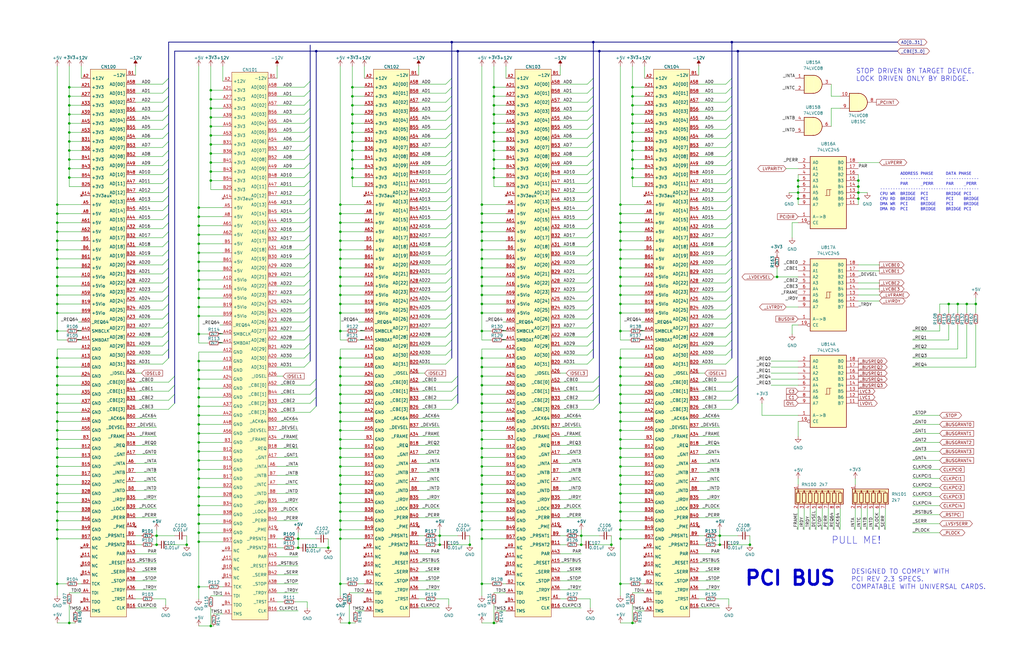
<source format=kicad_sch>
(kicad_sch (version 20231120) (generator "eeschema") (generator_version "8.0")
  (paper "USLedger")
  (title_block (title "AMIGA PCI") (date "2025-01-11") (rev "5.0"))
  (junction (at 336.55 83.82))
  (junction (at 88.9 76.2))
  (junction (at 88.9 60.96))
  (junction (at 203.2 173.99))
  (junction (at 203.2 170.18))
  (junction (at 83.82 125.73))
  (junction (at 24.13 154.94))
  (junction (at 143.51 105.41))
  (junction (at 203.2 208.28))
  (junction (at 148.59 52.07))
  (junction (at 261.62 166.37))
  (junction (at 143.51 166.37))
  (junction (at 203.2 90.17))
  (junction (at 83.82 160.02))
  (junction (at 311.15 21.59))
  (junction (at 261.62 128.27))
  (junction (at 83.82 106.68))
  (junction (at 83.82 167.64))
  (junction (at 24.13 151.13))
  (junction (at 83.82 133.35))
  (junction (at 143.51 185.42))
  (junction (at 83.82 186.69))
  (junction (at 143.51 128.27))
  (junction (at 148.59 48.26))
  (junction (at 208.28 48.26))
  (junction (at 83.82 163.83))
  (junction (at 266.7 262.89))
  (junction (at 24.13 105.41))
  (junction (at 24.13 177.8))
  (junction (at 203.2 204.47))
  (junction (at 143.51 193.04))
  (junction (at 208.28 67.31))
  (junction (at 24.13 101.6))
  (junction (at 143.51 101.6))
  (junction (at 83.82 102.87))
  (junction (at 203.2 151.13))
  (junction (at 261.62 170.18))
  (junction (at 261.62 90.17))
  (junction (at 261.62 189.23))
  (junction (at 261.62 154.94))
  (junction (at 83.82 228.6))
  (junction (at 83.82 220.98))
  (junction (at 24.13 109.22))
  (junction (at 83.82 224.79))
  (junction (at 266.7 40.64))
  (junction (at 24.13 90.17))
  (junction (at 83.82 114.3))
  (junction (at 83.82 156.21))
  (junction (at 143.51 162.56))
  (junction (at 266.7 48.26))
  (junction (at 203.2 181.61))
  (junction (at 148.59 55.88))
  (junction (at 143.51 177.8))
  (junction (at 361.95 81.28))
  (junction (at 261.62 185.42))
  (junction (at 361.95 83.82))
  (junction (at 24.13 185.42))
  (junction (at 261.62 227.33))
  (junction (at 83.82 110.49))
  (junction (at 361.95 76.2))
  (junction (at 261.62 193.04))
  (junction (at 83.82 91.44))
  (junction (at 203.2 189.23))
  (junction (at 138.43 231.14))
  (junction (at 29.21 74.93))
  (junction (at 24.13 113.03))
  (junction (at 24.13 166.37))
  (junction (at 185.42 226.06))
  (junction (at 83.82 129.54))
  (junction (at 83.82 171.45))
  (junction (at 203.2 124.46))
  (junction (at 143.51 154.94))
  (junction (at 143.51 139.7))
  (junction (at 148.59 67.31))
  (junction (at 24.13 227.33))
  (junction (at 83.82 209.55))
  (junction (at 143.51 204.47))
  (junction (at 29.21 55.88))
  (junction (at 143.51 181.61))
  (junction (at 148.59 44.45))
  (junction (at 24.13 132.08))
  (junction (at 252.73 21.59))
  (junction (at 261.62 196.85))
  (junction (at 261.62 177.8))
  (junction (at 24.13 97.79))
  (junction (at 203.2 166.37))
  (junction (at 83.82 182.88))
  (junction (at 266.7 44.45))
  (junction (at 336.55 78.74))
  (junction (at 400.05 128.27))
  (junction (at 208.28 59.69))
  (junction (at 203.2 215.9))
  (junction (at 24.13 223.52))
  (junction (at 24.13 200.66))
  (junction (at 261.62 246.38))
  (junction (at 24.13 93.98))
  (junction (at 148.59 36.83))
  (junction (at 203.2 139.7))
  (junction (at 24.13 162.56))
  (junction (at 203.2 162.56))
  (junction (at 24.13 193.04))
  (junction (at 148.59 59.69))
  (junction (at 88.9 49.53))
  (junction (at 203.2 109.22))
  (junction (at 303.53 226.06))
  (junction (at 261.62 173.99))
  (junction (at 261.62 223.52))
  (junction (at 203.2 185.42))
  (junction (at 83.82 247.65))
  (junction (at 261.62 151.13))
  (junction (at 403.86 128.27))
  (junction (at 143.51 86.36))
  (junction (at 208.28 63.5))
  (junction (at 143.51 196.85))
  (junction (at 261.62 113.03))
  (junction (at 261.62 93.98))
  (junction (at 83.82 95.25))
  (junction (at 203.2 223.52))
  (junction (at 245.11 229.87))
  (junction (at 83.82 194.31))
  (junction (at 24.13 219.71))
  (junction (at 316.23 229.87))
  (junction (at 24.13 189.23))
  (junction (at 143.51 208.28))
  (junction (at 88.9 264.16))
  (junction (at 261.62 120.65))
  (junction (at 143.51 90.17))
  (junction (at 143.51 97.79))
  (junction (at 203.2 200.66))
  (junction (at 261.62 219.71))
  (junction (at 203.2 93.98))
  (junction (at 208.28 40.64))
  (junction (at 83.82 179.07))
  (junction (at 203.2 154.94))
  (junction (at 66.04 226.06))
  (junction (at 143.51 215.9))
  (junction (at 143.51 113.03))
  (junction (at 29.21 262.89))
  (junction (at 203.2 212.09))
  (junction (at 88.9 68.58))
  (junction (at 143.51 212.09))
  (junction (at 261.62 181.61))
  (junction (at 66.04 229.87))
  (junction (at 148.59 63.5))
  (junction (at 24.13 181.61))
  (junction (at 143.51 116.84))
  (junction (at 208.28 71.12))
  (junction (at 88.9 38.1))
  (junction (at 208.28 52.07))
  (junction (at 29.21 71.12))
  (junction (at 24.13 86.36))
  (junction (at 24.13 139.7))
  (junction (at 193.04 21.59))
  (junction (at 250.19 17.78))
  (junction (at 208.28 262.89))
  (junction (at 88.9 64.77))
  (junction (at 125.73 231.14))
  (junction (at 257.81 229.87))
  (junction (at 266.7 36.83))
  (junction (at 203.2 113.03))
  (junction (at 143.51 219.71))
  (junction (at 203.2 193.04))
  (junction (at 203.2 132.08))
  (junction (at 266.7 63.5))
  (junction (at 88.9 57.15))
  (junction (at 261.62 200.66))
  (junction (at 143.51 158.75))
  (junction (at 148.59 40.64))
  (junction (at 266.7 71.12))
  (junction (at 24.13 120.65))
  (junction (at 143.51 200.66))
  (junction (at 24.13 128.27))
  (junction (at 261.62 158.75))
  (junction (at 261.62 109.22))
  (junction (at 245.11 226.06))
  (junction (at 203.2 120.65))
  (junction (at 143.51 132.08))
  (junction (at 203.2 158.75))
  (junction (at 83.82 213.36))
  (junction (at 83.82 99.06))
  (junction (at 336.55 76.2))
  (junction (at 261.62 132.08))
  (junction (at 203.2 227.33))
  (junction (at 208.28 36.83))
  (junction (at 361.95 78.74))
  (junction (at 261.62 116.84))
  (junction (at 336.55 81.28))
  (junction (at 24.13 246.38))
  (junction (at 261.62 97.79))
  (junction (at 24.13 208.28))
  (junction (at 203.2 246.38))
  (junction (at 266.7 59.69))
  (junction (at 24.13 215.9))
  (junction (at 83.82 217.17))
  (junction (at 83.82 190.5))
  (junction (at 133.35 21.59))
  (junction (at 303.53 229.87))
  (junction (at 143.51 93.98))
  (junction (at 203.2 105.41))
  (junction (at 407.67 128.27))
  (junction (at 125.73 227.33))
  (junction (at 266.7 52.07))
  (junction (at 143.51 223.52))
  (junction (at 208.28 55.88))
  (junction (at 83.82 121.92))
  (junction (at 83.82 201.93))
  (junction (at 83.82 140.97))
  (junction (at 24.13 173.99))
  (junction (at 29.21 67.31))
  (junction (at 143.51 124.46))
  (junction (at 261.62 139.7))
  (junction (at 266.7 74.93))
  (junction (at 261.62 215.9))
  (junction (at 148.59 71.12))
  (junction (at 411.48 128.27))
  (junction (at 261.62 124.46))
  (junction (at 190.5 17.78))
  (junction (at 261.62 212.09))
  (junction (at 143.51 109.22))
  (junction (at 29.21 48.26))
  (junction (at 261.62 86.36))
  (junction (at 261.62 204.47))
  (junction (at 203.2 219.71))
  (junction (at 308.61 17.78))
  (junction (at 24.13 124.46))
  (junction (at 266.7 55.88))
  (junction (at 147.32 262.89))
  (junction (at 203.2 177.8))
  (junction (at 29.21 52.07))
  (junction (at 261.62 208.28))
  (junction (at 208.28 44.45))
  (junction (at 83.82 175.26))
  (junction (at 327.66 116.84))
  (junction (at 203.2 97.79))
  (junction (at 83.82 152.4))
  (junction (at 143.51 227.33))
  (junction (at 78.74 229.87))
  (junction (at 24.13 158.75))
  (junction (at 88.9 53.34))
  (junction (at 24.13 170.18))
  (junction (at 29.21 63.5))
  (junction (at 143.51 151.13))
  (junction (at 24.13 212.09))
  (junction (at 83.82 87.63))
  (junction (at 208.28 74.93))
  (junction (at 198.12 229.87))
  (junction (at 143.51 189.23))
  (junction (at 143.51 170.18))
  (junction (at 143.51 120.65))
  (junction (at 24.13 116.84))
  (junction (at 143.51 173.99))
  (junction (at 185.42 229.87))
  (junction (at 29.21 59.69))
  (junction (at 203.2 128.27))
  (junction (at 261.62 105.41))
  (junction (at 266.7 67.31))
  (junction (at 261.62 162.56))
  (junction (at 203.2 86.36))
  (junction (at 83.82 205.74))
  (junction (at 88.9 41.91))
  (junction (at 203.2 101.6))
  (junction (at 88.9 45.72))
  (junction (at 203.2 116.84))
  (junction (at 83.82 118.11))
  (junction (at 203.2 196.85))
  (junction (at 29.21 36.83))
  (junction (at 261.62 101.6))
  (junction (at 29.21 40.64))
  (junction (at 24.13 204.47))
  (junction (at 24.13 196.85))
  (junction (at 83.82 198.12))
  (junction (at 29.21 44.45))
  (junction (at 143.51 246.38))
  (junction (at 148.59 74.93))
  (junction (at 88.9 72.39))
  (bus_entry (at 71.12 168.91) (size 2.54 -2.54))
  (bus_entry (at 128.27 151.13) (size 2.54 -2.54))
  (bus_entry (at 130.81 162.56) (size 2.54 -2.54))
  (bus_entry (at 306.07 46.99) (size 2.54 -2.54))
  (bus_entry (at 247.65 111.76) (size 2.54 -2.54))
  (bus_entry (at 306.07 96.52) (size 2.54 -2.54))
  (bus_entry (at 68.58 69.85) (size 2.54 -2.54))
  (bus_entry (at 306.07 35.56) (size 2.54 -2.54))
  (bus_entry (at 128.27 124.46) (size 2.54 -2.54))
  (bus_entry (at 187.96 73.66) (size 2.54 -2.54))
  (bus_entry (at 68.58 100.33) (size 2.54 -2.54))
  (bus_entry (at 250.19 165.1) (size 2.54 -2.54))
  (bus_entry (at 128.27 143.51) (size 2.54 -2.54))
  (bus_entry (at 247.65 100.33) (size 2.54 -2.54))
  (bus_entry (at 130.81 170.18) (size 2.54 -2.54))
  (bus_entry (at 306.07 81.28) (size 2.54 -2.54))
  (bus_entry (at 247.65 35.56) (size 2.54 -2.54))
  (bus_entry (at 187.96 96.52) (size 2.54 -2.54))
  (bus_entry (at 68.58 54.61) (size 2.54 -2.54))
  (bus_entry (at 306.07 92.71) (size 2.54 -2.54))
  (bus_entry (at 306.07 111.76) (size 2.54 -2.54))
  (bus_entry (at 128.27 55.88) (size 2.54 -2.54))
  (bus_entry (at 68.58 50.8) (size 2.54 -2.54))
  (bus_entry (at 247.65 77.47) (size 2.54 -2.54))
  (bus_entry (at 187.96 81.28) (size 2.54 -2.54))
  (bus_entry (at 250.19 172.72) (size 2.54 -2.54))
  (bus_entry (at 247.65 96.52) (size 2.54 -2.54))
  (bus_entry (at 247.65 134.62) (size 2.54 -2.54))
  (bus_entry (at 71.12 165.1) (size 2.54 -2.54))
  (bus_entry (at 187.96 138.43) (size 2.54 -2.54))
  (bus_entry (at 128.27 147.32) (size 2.54 -2.54))
  (bus_entry (at 306.07 77.47) (size 2.54 -2.54))
  (bus_entry (at 128.27 97.79) (size 2.54 -2.54))
  (bus_entry (at 187.96 39.37) (size 2.54 -2.54))
  (bus_entry (at 128.27 90.17) (size 2.54 -2.54))
  (bus_entry (at 128.27 105.41) (size 2.54 -2.54))
  (bus_entry (at 68.58 43.18) (size 2.54 -2.54))
  (bus_entry (at 247.65 115.57) (size 2.54 -2.54))
  (bus_entry (at 68.58 88.9) (size 2.54 -2.54))
  (bus_entry (at 68.58 46.99) (size 2.54 -2.54))
  (bus_entry (at 187.96 115.57) (size 2.54 -2.54))
  (bus_entry (at 128.27 63.5) (size 2.54 -2.54))
  (bus_entry (at 128.27 48.26) (size 2.54 -2.54))
  (bus_entry (at 68.58 111.76) (size 2.54 -2.54))
  (bus_entry (at 306.07 73.66) (size 2.54 -2.54))
  (bus_entry (at 187.96 134.62) (size 2.54 -2.54))
  (bus_entry (at 306.07 107.95) (size 2.54 -2.54))
  (bus_entry (at 247.65 107.95) (size 2.54 -2.54))
  (bus_entry (at 247.65 85.09) (size 2.54 -2.54))
  (bus_entry (at 128.27 52.07) (size 2.54 -2.54))
  (bus_entry (at 190.5 168.91) (size 2.54 -2.54))
  (bus_entry (at 306.07 134.62) (size 2.54 -2.54))
  (bus_entry (at 190.5 165.1) (size 2.54 -2.54))
  (bus_entry (at 68.58 123.19) (size 2.54 -2.54))
  (bus_entry (at 128.27 101.6) (size 2.54 -2.54))
  (bus_entry (at 247.65 54.61) (size 2.54 -2.54))
  (bus_entry (at 250.19 161.29) (size 2.54 -2.54))
  (bus_entry (at 247.65 69.85) (size 2.54 -2.54))
  (bus_entry (at 306.07 123.19) (size 2.54 -2.54))
  (bus_entry (at 306.07 119.38) (size 2.54 -2.54))
  (bus_entry (at 128.27 116.84) (size 2.54 -2.54))
  (bus_entry (at 187.96 35.56) (size 2.54 -2.54))
  (bus_entry (at 128.27 67.31) (size 2.54 -2.54))
  (bus_entry (at 128.27 36.83) (size 2.54 -2.54))
  (bus_entry (at 187.96 127) (size 2.54 -2.54))
  (bus_entry (at 247.65 66.04) (size 2.54 -2.54))
  (bus_entry (at 130.81 173.99) (size 2.54 -2.54))
  (bus_entry (at 247.65 50.8) (size 2.54 -2.54))
  (bus_entry (at 128.27 86.36) (size 2.54 -2.54))
  (bus_entry (at 68.58 146.05) (size 2.54 -2.54))
  (bus_entry (at 128.27 74.93) (size 2.54 -2.54))
  (bus_entry (at 187.96 123.19) (size 2.54 -2.54))
  (bus_entry (at 306.07 50.8) (size 2.54 -2.54))
  (bus_entry (at 128.27 135.89) (size 2.54 -2.54))
  (bus_entry (at 68.58 127) (size 2.54 -2.54))
  (bus_entry (at 306.07 153.67) (size 2.54 -2.54))
  (bus_entry (at 306.07 85.09) (size 2.54 -2.54))
  (bus_entry (at 68.58 130.81) (size 2.54 -2.54))
  (bus_entry (at 68.58 77.47) (size 2.54 -2.54))
  (bus_entry (at 247.65 149.86) (size 2.54 -2.54))
  (bus_entry (at 247.65 119.38) (size 2.54 -2.54))
  (bus_entry (at 68.58 142.24) (size 2.54 -2.54))
  (bus_entry (at 247.65 142.24) (size 2.54 -2.54))
  (bus_entry (at 247.65 104.14) (size 2.54 -2.54))
  (bus_entry (at 308.61 172.72) (size 2.54 -2.54))
  (bus_entry (at 247.65 88.9) (size 2.54 -2.54))
  (bus_entry (at 187.96 100.33) (size 2.54 -2.54))
  (bus_entry (at 306.07 39.37) (size 2.54 -2.54))
  (bus_entry (at 247.65 46.99) (size 2.54 -2.54))
  (bus_entry (at 68.58 58.42) (size 2.54 -2.54))
  (bus_entry (at 128.27 139.7) (size 2.54 -2.54))
  (bus_entry (at 250.19 168.91) (size 2.54 -2.54))
  (bus_entry (at 187.96 104.14) (size 2.54 -2.54))
  (bus_entry (at 68.58 104.14) (size 2.54 -2.54))
  (bus_entry (at 68.58 149.86) (size 2.54 -2.54))
  (bus_entry (at 68.58 119.38) (size 2.54 -2.54))
  (bus_entry (at 187.96 43.18) (size 2.54 -2.54))
  (bus_entry (at 128.27 82.55) (size 2.54 -2.54))
  (bus_entry (at 128.27 132.08) (size 2.54 -2.54))
  (bus_entry (at 128.27 71.12) (size 2.54 -2.54))
  (bus_entry (at 68.58 92.71) (size 2.54 -2.54))
  (bus_entry (at 306.07 142.24) (size 2.54 -2.54))
  (bus_entry (at 187.96 69.85) (size 2.54 -2.54))
  (bus_entry (at 128.27 109.22) (size 2.54 -2.54))
  (bus_entry (at 306.07 115.57) (size 2.54 -2.54))
  (bus_entry (at 306.07 88.9) (size 2.54 -2.54))
  (bus_entry (at 128.27 93.98) (size 2.54 -2.54))
  (bus_entry (at 306.07 149.86) (size 2.54 -2.54))
  (bus_entry (at 247.65 58.42) (size 2.54 -2.54))
  (bus_entry (at 247.65 39.37) (size 2.54 -2.54))
  (bus_entry (at 187.96 54.61) (size 2.54 -2.54))
  (bus_entry (at 308.61 165.1) (size 2.54 -2.54))
  (bus_entry (at 306.07 43.18) (size 2.54 -2.54))
  (bus_entry (at 128.27 59.69) (size 2.54 -2.54))
  (bus_entry (at 247.65 123.19) (size 2.54 -2.54))
  (bus_entry (at 128.27 40.64) (size 2.54 -2.54))
  (bus_entry (at 247.65 81.28) (size 2.54 -2.54))
  (bus_entry (at 187.96 46.99) (size 2.54 -2.54))
  (bus_entry (at 247.65 73.66) (size 2.54 -2.54))
  (bus_entry (at 68.58 115.57) (size 2.54 -2.54))
  (bus_entry (at 71.12 161.29) (size 2.54 -2.54))
  (bus_entry (at 247.65 153.67) (size 2.54 -2.54))
  (bus_entry (at 187.96 111.76) (size 2.54 -2.54))
  (bus_entry (at 306.07 138.43) (size 2.54 -2.54))
  (bus_entry (at 190.5 161.29) (size 2.54 -2.54))
  (bus_entry (at 190.5 172.72) (size 2.54 -2.54))
  (bus_entry (at 68.58 153.67) (size 2.54 -2.54))
  (bus_entry (at 247.65 92.71) (size 2.54 -2.54))
  (bus_entry (at 128.27 128.27) (size 2.54 -2.54))
  (bus_entry (at 306.07 66.04) (size 2.54 -2.54))
  (bus_entry (at 187.96 85.09) (size 2.54 -2.54))
  (bus_entry (at 68.58 73.66) (size 2.54 -2.54))
  (bus_entry (at 68.58 81.28) (size 2.54 -2.54))
  (bus_entry (at 68.58 138.43) (size 2.54 -2.54))
  (bus_entry (at 187.96 146.05) (size 2.54 -2.54))
  (bus_entry (at 247.65 62.23) (size 2.54 -2.54))
  (bus_entry (at 187.96 92.71) (size 2.54 -2.54))
  (bus_entry (at 187.96 142.24) (size 2.54 -2.54))
  (bus_entry (at 187.96 119.38) (size 2.54 -2.54))
  (bus_entry (at 68.58 39.37) (size 2.54 -2.54))
  (bus_entry (at 306.07 130.81) (size 2.54 -2.54))
  (bus_entry (at 306.07 104.14) (size 2.54 -2.54))
  (bus_entry (at 68.58 96.52) (size 2.54 -2.54))
  (bus_entry (at 187.96 88.9) (size 2.54 -2.54))
  (bus_entry (at 71.12 172.72) (size 2.54 -2.54))
  (bus_entry (at 247.65 138.43) (size 2.54 -2.54))
  (bus_entry (at 68.58 107.95) (size 2.54 -2.54))
  (bus_entry (at 187.96 58.42) (size 2.54 -2.54))
  (bus_entry (at 128.27 154.94) (size 2.54 -2.54))
  (bus_entry (at 306.07 146.05) (size 2.54 -2.54))
  (bus_entry (at 187.96 62.23) (size 2.54 -2.54))
  (bus_entry (at 306.07 62.23) (size 2.54 -2.54))
  (bus_entry (at 187.96 130.81) (size 2.54 -2.54))
  (bus_entry (at 187.96 77.47) (size 2.54 -2.54))
  (bus_entry (at 68.58 35.56) (size 2.54 -2.54))
  (bus_entry (at 128.27 113.03) (size 2.54 -2.54))
  (bus_entry (at 306.07 127) (size 2.54 -2.54))
  (bus_entry (at 308.61 161.29) (size 2.54 -2.54))
  (bus_entry (at 128.27 44.45) (size 2.54 -2.54))
  (bus_entry (at 68.58 66.04) (size 2.54 -2.54))
  (bus_entry (at 68.58 134.62) (size 2.54 -2.54))
  (bus_entry (at 128.27 78.74) (size 2.54 -2.54))
  (bus_entry (at 130.81 166.37) (size 2.54 -2.54))
  (bus_entry (at 247.65 146.05) (size 2.54 -2.54))
  (bus_entry (at 306.07 58.42) (size 2.54 -2.54))
  (bus_entry (at 68.58 62.23) (size 2.54 -2.54))
  (bus_entry (at 247.65 130.81) (size 2.54 -2.54))
  (bus_entry (at 247.65 43.18) (size 2.54 -2.54))
  (bus_entry (at 187.96 149.86) (size 2.54 -2.54))
  (bus_entry (at 68.58 85.09) (size 2.54 -2.54))
  (bus_entry (at 306.07 100.33) (size 2.54 -2.54))
  (bus_entry (at 187.96 50.8) (size 2.54 -2.54))
  (bus_entry (at 187.96 66.04) (size 2.54 -2.54))
  (bus_entry (at 306.07 69.85) (size 2.54 -2.54))
  (bus_entry (at 128.27 120.65) (size 2.54 -2.54))
  (bus_entry (at 187.96 153.67) (size 2.54 -2.54))
  (bus_entry (at 306.07 54.61) (size 2.54 -2.54))
  (bus_entry (at 247.65 127) (size 2.54 -2.54))
  (bus_entry (at 308.61 168.91) (size 2.54 -2.54))
  (bus_entry (at 187.96 107.95) (size 2.54 -2.54))
  (bus (pts (xy 190.5 82.55) (xy 190.5 86.36)))
  (wire (pts (xy 176.53 195.58) (xy 185.42 195.58)))
  (wire (pts (xy 143.51 181.61) (xy 143.51 185.42)))
  (wire (pts (xy 208.28 52.07) (xy 208.28 55.88)))
  (wire (pts (xy 245.11 223.52) (xy 245.11 226.06)))
  (wire (pts (xy 116.84 254) (xy 119.38 254)))
  (wire (pts (xy 208.28 48.26) (xy 213.36 48.26)))
  (wire (pts (xy 336.55 81.28) (xy 336.55 83.82)))
  (wire (pts (xy 336.55 73.66) (xy 336.55 76.2)))
  (wire (pts (xy 350.52 40.64) (xy 354.33 40.64)))
  (bus (pts (xy 130.81 80.01) (xy 130.81 83.82)))
  (wire (pts (xy 203.2 90.17) (xy 203.2 86.36)))
  (wire (pts (xy 143.51 166.37) (xy 153.67 166.37)))
  (wire (pts (xy 325.12 152.4) (xy 336.55 152.4)))
  (wire (pts (xy 88.9 64.77) (xy 93.98 64.77)))
  (wire (pts (xy 24.13 124.46) (xy 34.29 124.46)))
  (wire (pts (xy 116.84 166.37) (xy 130.81 166.37)))
  (wire (pts (xy 400.05 128.27) (xy 403.86 128.27)))
  (wire (pts (xy 24.13 101.6) (xy 24.13 97.79)))
  (wire (pts (xy 203.2 185.42) (xy 213.36 185.42)))
  (wire (pts (xy 24.13 97.79) (xy 24.13 93.98)))
  (wire (pts (xy 83.82 118.11) (xy 93.98 118.11)))
  (wire (pts (xy 261.62 120.65) (xy 261.62 116.84)))
  (wire (pts (xy 384.81 220.98) (xy 396.24 220.98)))
  (wire (pts (xy 83.82 144.78) (xy 87.63 144.78)))
  (bus (pts (xy 308.61 113.03) (xy 308.61 116.84)))
  (wire (pts (xy 33.02 246.38) (xy 34.29 246.38)))
  (wire (pts (xy 57.15 58.42) (xy 68.58 58.42)))
  (wire (pts (xy 24.13 113.03) (xy 24.13 109.22)))
  (wire (pts (xy 88.9 38.1) (xy 88.9 41.91)))
  (wire (pts (xy 176.53 214.63) (xy 185.42 214.63)))
  (wire (pts (xy 83.82 102.87) (xy 83.82 99.06)))
  (bus (pts (xy 71.12 40.64) (xy 71.12 44.45)))
  (wire (pts (xy 294.64 187.96) (xy 303.53 187.96)))
  (bus (pts (xy 130.81 53.34) (xy 130.81 57.15)))
  (wire (pts (xy 88.9 60.96) (xy 93.98 60.96)))
  (wire (pts (xy 29.21 44.45) (xy 29.21 48.26)))
  (wire (pts (xy 83.82 91.44) (xy 93.98 91.44)))
  (wire (pts (xy 69.85 252.73) (xy 69.85 255.27)))
  (wire (pts (xy 83.82 129.54) (xy 83.82 125.73)))
  (bus (pts (xy 311.15 166.37) (xy 311.15 170.18)))
  (wire (pts (xy 24.13 90.17) (xy 24.13 86.36)))
  (wire (pts (xy 24.13 132.08) (xy 24.13 128.27)))
  (wire (pts (xy 57.15 81.28) (xy 68.58 81.28)))
  (wire (pts (xy 361.95 81.28) (xy 365.76 81.28)))
  (bus (pts (xy 308.61 74.93) (xy 308.61 78.74)))
  (wire (pts (xy 29.21 40.64) (xy 34.29 40.64)))
  (bus (pts (xy 190.5 147.32) (xy 190.5 151.13)))
  (wire (pts (xy 143.51 189.23) (xy 143.51 193.04)))
  (bus (pts (xy 133.35 160.02) (xy 133.35 163.83)))
  (wire (pts (xy 83.82 114.3) (xy 83.82 110.49)))
  (wire (pts (xy 24.13 223.52) (xy 24.13 227.33)))
  (wire (pts (xy 236.22 77.47) (xy 247.65 77.47)))
  (wire (pts (xy 261.62 170.18) (xy 271.78 170.18)))
  (wire (pts (xy 116.84 147.32) (xy 128.27 147.32)))
  (wire (pts (xy 266.7 55.88) (xy 266.7 59.69)))
  (wire (pts (xy 203.2 212.09) (xy 213.36 212.09)))
  (bus (pts (xy 190.5 17.78) (xy 190.5 33.02)))
  (wire (pts (xy 90.17 259.08) (xy 93.98 259.08)))
  (wire (pts (xy 294.64 184.15) (xy 303.53 184.15)))
  (bus (pts (xy 71.12 139.7) (xy 71.12 143.51)))
  (wire (pts (xy 29.21 52.07) (xy 34.29 52.07)))
  (wire (pts (xy 29.21 71.12) (xy 34.29 71.12)))
  (wire (pts (xy 261.62 113.03) (xy 271.78 113.03)))
  (wire (pts (xy 116.84 78.74) (xy 128.27 78.74)))
  (wire (pts (xy 361.95 73.66) (xy 361.95 76.2)))
  (wire (pts (xy 24.13 162.56) (xy 24.13 166.37)))
  (wire (pts (xy 266.7 44.45) (xy 271.78 44.45)))
  (wire (pts (xy 143.51 132.08) (xy 143.51 139.7)))
  (wire (pts (xy 24.13 154.94) (xy 24.13 158.75)))
  (bus (pts (xy 308.61 33.02) (xy 308.61 17.78)))
  (wire (pts (xy 57.15 149.86) (xy 68.58 149.86)))
  (bus (pts (xy 250.19 116.84) (xy 250.19 120.65)))
  (bus (pts (xy 308.61 44.45) (xy 308.61 48.26)))
  (wire (pts (xy 294.64 39.37) (xy 306.07 39.37)))
  (wire (pts (xy 176.53 176.53) (xy 185.42 176.53)))
  (wire (pts (xy 143.51 27.94) (xy 143.51 86.36)))
  (wire (pts (xy 129.54 254) (xy 124.46 254)))
  (wire (pts (xy 261.62 166.37) (xy 271.78 166.37)))
  (wire (pts (xy 176.53 43.18) (xy 187.96 43.18)))
  (wire (pts (xy 236.22 39.37) (xy 247.65 39.37)))
  (wire (pts (xy 294.64 142.24) (xy 306.07 142.24)))
  (bus (pts (xy 71.12 120.65) (xy 71.12 124.46)))
  (bus (pts (xy 311.15 21.59) (xy 378.46 21.59)))
  (wire (pts (xy 83.82 95.25) (xy 93.98 95.25)))
  (wire (pts (xy 411.48 154.94) (xy 411.48 137.16)))
  (wire (pts (xy 294.64 62.23) (xy 306.07 62.23)))
  (wire (pts (xy 176.53 46.99) (xy 187.96 46.99)))
  (wire (pts (xy 143.51 177.8) (xy 153.67 177.8)))
  (wire (pts (xy 236.22 81.28) (xy 247.65 81.28)))
  (wire (pts (xy 116.84 40.64) (xy 128.27 40.64)))
  (bus (pts (xy 73.66 21.59) (xy 133.35 21.59)))
  (wire (pts (xy 203.2 151.13) (xy 203.2 154.94)))
  (bus (pts (xy 190.5 120.65) (xy 190.5 124.46)))
  (wire (pts (xy 153.67 27.94) (xy 153.67 33.02)))
  (wire (pts (xy 57.15 27.94) (xy 57.15 31.75)))
  (wire (pts (xy 143.51 185.42) (xy 143.51 189.23)))
  (bus (pts (xy 130.81 118.11) (xy 130.81 121.92)))
  (wire (pts (xy 176.53 256.54) (xy 185.42 256.54)))
  (wire (pts (xy 143.51 132.08) (xy 143.51 128.27)))
  (wire (pts (xy 24.13 181.61) (xy 24.13 185.42)))
  (wire (pts (xy 325.12 162.56) (xy 336.55 162.56)))
  (wire (pts (xy 236.22 50.8) (xy 247.65 50.8)))
  (bus (pts (xy 130.81 110.49) (xy 130.81 114.3)))
  (bus (pts (xy 71.12 132.08) (xy 71.12 135.89)))
  (wire (pts (xy 143.51 154.94) (xy 153.67 154.94)))
  (wire (pts (xy 261.62 93.98) (xy 271.78 93.98)))
  (wire (pts (xy 148.59 27.94) (xy 148.59 36.83)))
  (wire (pts (xy 83.82 163.83) (xy 83.82 167.64)))
  (wire (pts (xy 176.53 62.23) (xy 187.96 62.23)))
  (bus (pts (xy 308.61 33.02) (xy 308.61 36.83)))
  (bus (pts (xy 190.5 135.89) (xy 190.5 139.7)))
  (wire (pts (xy 176.53 153.67) (xy 187.96 153.67)))
  (wire (pts (xy 83.82 148.59) (xy 83.82 152.4)))
  (wire (pts (xy 203.2 90.17) (xy 213.36 90.17)))
  (bus (pts (xy 250.19 120.65) (xy 250.19 124.46)))
  (wire (pts (xy 88.9 256.54) (xy 88.9 264.16)))
  (wire (pts (xy 266.7 36.83) (xy 271.78 36.83)))
  (wire (pts (xy 236.22 100.33) (xy 247.65 100.33)))
  (wire (pts (xy 116.84 246.38) (xy 125.73 246.38)))
  (wire (pts (xy 243.84 226.06) (xy 245.11 226.06)))
  (wire (pts (xy 203.2 162.56) (xy 203.2 166.37)))
  (wire (pts (xy 261.62 154.94) (xy 271.78 154.94)))
  (bus (pts (xy 71.12 135.89) (xy 71.12 139.7)))
  (wire (pts (xy 261.62 162.56) (xy 271.78 162.56)))
  (bus (pts (xy 250.19 128.27) (xy 250.19 132.08)))
  (wire (pts (xy 57.15 214.63) (xy 66.04 214.63)))
  (wire (pts (xy 294.64 195.58) (xy 303.53 195.58)))
  (wire (pts (xy 83.82 179.07) (xy 83.82 182.88)))
  (wire (pts (xy 261.62 196.85) (xy 271.78 196.85)))
  (wire (pts (xy 336.55 93.98) (xy 334.01 93.98)))
  (wire (pts (xy 143.51 223.52) (xy 143.51 227.33)))
  (wire (pts (xy 116.84 181.61) (xy 125.73 181.61)))
  (wire (pts (xy 29.21 36.83) (xy 34.29 36.83)))
  (wire (pts (xy 266.7 59.69) (xy 266.7 63.5)))
  (wire (pts (xy 203.2 113.03) (xy 203.2 109.22)))
  (wire (pts (xy 88.9 41.91) (xy 93.98 41.91)))
  (wire (pts (xy 203.2 109.22) (xy 213.36 109.22)))
  (wire (pts (xy 236.22 149.86) (xy 247.65 149.86)))
  (wire (pts (xy 83.82 201.93) (xy 93.98 201.93)))
  (wire (pts (xy 176.53 100.33) (xy 187.96 100.33)))
  (wire (pts (xy 208.28 250.19) (xy 213.36 250.19)))
  (wire (pts (xy 143.51 116.84) (xy 143.51 113.03)))
  (wire (pts (xy 203.2 128.27) (xy 203.2 124.46)))
  (wire (pts (xy 29.21 40.64) (xy 29.21 44.45)))
  (wire (pts (xy 64.77 229.87) (xy 66.04 229.87)))
  (wire (pts (xy 294.64 241.3) (xy 303.53 241.3)))
  (wire (pts (xy 261.62 124.46) (xy 261.62 120.65)))
  (wire (pts (xy 370.84 114.3) (xy 361.95 114.3)))
  (wire (pts (xy 149.86 257.81) (xy 153.67 257.81)))
  (wire (pts (xy 83.82 186.69) (xy 93.98 186.69)))
  (wire (pts (xy 336.55 78.74) (xy 336.55 81.28)))
  (wire (pts (xy 236.22 35.56) (xy 247.65 35.56)))
  (wire (pts (xy 266.7 255.27) (xy 266.7 262.89)))
  (bus (pts (xy 130.81 72.39) (xy 130.81 76.2)))
  (wire (pts (xy 208.28 67.31) (xy 213.36 67.31)))
  (wire (pts (xy 261.62 177.8) (xy 271.78 177.8)))
  (wire (pts (xy 143.51 105.41) (xy 153.67 105.41)))
  (wire (pts (xy 83.82 125.73) (xy 93.98 125.73)))
  (bus (pts (xy 308.61 67.31) (xy 308.61 71.12)))
  (bus (pts (xy 71.12 113.03) (xy 71.12 116.84)))
  (bus (pts (xy 308.61 90.17) (xy 308.61 93.98)))
  (wire (pts (xy 83.82 182.88) (xy 83.82 186.69)))
  (wire (pts (xy 125.73 227.33) (xy 125.73 231.14)))
  (wire (pts (xy 143.51 151.13) (xy 153.67 151.13)))
  (wire (pts (xy 261.62 90.17) (xy 271.78 90.17)))
  (wire (pts (xy 92.71 140.97) (xy 93.98 140.97)))
  (wire (pts (xy 176.53 191.77) (xy 185.42 191.77)))
  (wire (pts (xy 83.82 224.79) (xy 93.98 224.79)))
  (wire (pts (xy 294.64 134.62) (xy 306.07 134.62)))
  (wire (pts (xy 208.28 48.26) (xy 208.28 52.07)))
  (wire (pts (xy 57.15 85.09) (xy 68.58 85.09)))
  (wire (pts (xy 294.64 130.81) (xy 306.07 130.81)))
  (wire (pts (xy 208.28 55.88) (xy 208.28 59.69)))
  (wire (pts (xy 208.28 59.69) (xy 213.36 59.69)))
  (wire (pts (xy 143.51 124.46) (xy 143.51 120.65)))
  (wire (pts (xy 270.51 246.38) (xy 271.78 246.38)))
  (wire (pts (xy 302.26 226.06) (xy 303.53 226.06)))
  (wire (pts (xy 57.15 50.8) (xy 68.58 50.8)))
  (wire (pts (xy 83.82 205.74) (xy 93.98 205.74)))
  (wire (pts (xy 57.15 248.92) (xy 66.04 248.92)))
  (wire (pts (xy 143.51 215.9) (xy 153.67 215.9)))
  (wire (pts (xy 83.82 163.83) (xy 93.98 163.83)))
  (wire (pts (xy 294.64 191.77) (xy 303.53 191.77)))
  (wire (pts (xy 396.24 132.08) (xy 396.24 128.27)))
  (wire (pts (xy 83.82 217.17) (xy 93.98 217.17)))
  (wire (pts (xy 57.15 180.34) (xy 66.04 180.34)))
  (wire (pts (xy 57.15 104.14) (xy 68.58 104.14)))
  (wire (pts (xy 203.2 162.56) (xy 213.36 162.56)))
  (wire (pts (xy 203.2 200.66) (xy 203.2 204.47)))
  (wire (pts (xy 24.13 158.75) (xy 24.13 162.56)))
  (wire (pts (xy 203.2 132.08) (xy 203.2 139.7)))
  (wire (pts (xy 143.51 143.51) (xy 146.05 143.51)))
  (wire (pts (xy 236.22 142.24) (xy 247.65 142.24)))
  (wire (pts (xy 203.2 93.98) (xy 213.36 93.98)))
  (wire (pts (xy 29.21 59.69) (xy 34.29 59.69)))
  (wire (pts (xy 24.13 262.89) (xy 29.21 262.89)))
  (wire (pts (xy 261.62 101.6) (xy 261.62 97.79)))
  (wire (pts (xy 294.64 229.87) (xy 297.18 229.87)))
  (wire (pts (xy 29.21 74.93) (xy 34.29 74.93)))
  (bus (pts (xy 130.81 68.58) (xy 130.81 72.39)))
  (wire (pts (xy 24.13 212.09) (xy 34.29 212.09)))
  (wire (pts (xy 148.59 52.07) (xy 148.59 55.88)))
  (wire (pts (xy 24.13 200.66) (xy 34.29 200.66)))
  (bus (pts (xy 190.5 55.88) (xy 190.5 59.69)))
  (wire (pts (xy 83.82 220.98) (xy 93.98 220.98)))
  (bus (pts (xy 190.5 74.93) (xy 190.5 78.74)))
  (wire (pts (xy 176.53 111.76) (xy 187.96 111.76)))
  (wire (pts (xy 29.21 55.88) (xy 34.29 55.88)))
  (wire (pts (xy 88.9 68.58) (xy 88.9 72.39)))
  (wire (pts (xy 143.51 189.23) (xy 153.67 189.23)))
  (wire (pts (xy 236.22 66.04) (xy 247.65 66.04)))
  (wire (pts (xy 236.22 58.42) (xy 247.65 58.42)))
  (bus (pts (xy 190.5 59.69) (xy 190.5 63.5)))
  (wire (pts (xy 266.7 48.26) (xy 266.7 52.07)))
  (wire (pts (xy 29.21 48.26) (xy 29.21 52.07)))
  (wire (pts (xy 143.51 219.71) (xy 143.51 223.52)))
  (wire (pts (xy 78.74 229.87) (xy 78.74 226.06)))
  (wire (pts (xy 116.84 120.65) (xy 128.27 120.65)))
  (wire (pts (xy 294.64 43.18) (xy 306.07 43.18)))
  (bus (pts (xy 71.12 97.79) (xy 71.12 101.6)))
  (wire (pts (xy 203.2 215.9) (xy 203.2 219.71)))
  (wire (pts (xy 24.13 162.56) (xy 34.29 162.56)))
  (wire (pts (xy 176.53 123.19) (xy 187.96 123.19)))
  (wire (pts (xy 176.53 229.87) (xy 179.07 229.87)))
  (bus (pts (xy 190.5 128.27) (xy 190.5 132.08)))
  (wire (pts (xy 261.62 215.9) (xy 271.78 215.9)))
  (wire (pts (xy 116.84 151.13) (xy 128.27 151.13)))
  (wire (pts (xy 261.62 97.79) (xy 261.62 93.98)))
  (wire (pts (xy 57.15 146.05) (xy 68.58 146.05)))
  (wire (pts (xy 143.51 93.98) (xy 153.67 93.98)))
  (wire (pts (xy 116.84 59.69) (xy 128.27 59.69)))
  (wire (pts (xy 266.7 71.12) (xy 271.78 71.12)))
  (wire (pts (xy 83.82 198.12) (xy 83.82 201.93)))
  (wire (pts (xy 83.82 129.54) (xy 93.98 129.54)))
  (wire (pts (xy 303.53 223.52) (xy 303.53 226.06)))
  (wire (pts (xy 354.33 45.72) (xy 350.52 45.72)))
  (bus (pts (xy 190.5 116.84) (xy 190.5 120.65)))
  (wire (pts (xy 147.32 255.27) (xy 147.32 262.89)))
  (wire (pts (xy 294.64 165.1) (xy 308.61 165.1)))
  (wire (pts (xy 57.15 39.37) (xy 68.58 39.37)))
  (wire (pts (xy 116.84 212.09) (xy 125.73 212.09)))
  (wire (pts (xy 148.59 40.64) (xy 148.59 44.45)))
  (wire (pts (xy 294.64 85.09) (xy 306.07 85.09)))
  (wire (pts (xy 24.13 27.94) (xy 24.13 86.36)))
  (wire (pts (xy 213.36 132.08) (xy 203.2 132.08)))
  (bus (pts (xy 71.12 124.46) (xy 71.12 128.27)))
  (wire (pts (xy 271.78 78.74) (xy 266.7 78.74)))
  (bus (pts (xy 252.73 21.59) (xy 311.15 21.59)))
  (wire (pts (xy 29.21 250.19) (xy 34.29 250.19)))
  (wire (pts (xy 271.78 27.94) (xy 271.78 33.02)))
  (wire (pts (xy 266.7 48.26) (xy 271.78 48.26)))
  (wire (pts (xy 116.84 193.04) (xy 125.73 193.04)))
  (wire (pts (xy 236.22 195.58) (xy 245.11 195.58)))
  (wire (pts (xy 236.22 187.96) (xy 245.11 187.96)))
  (wire (pts (xy 203.2 154.94) (xy 203.2 158.75)))
  (wire (pts (xy 370.84 127) (xy 361.95 127)))
  (wire (pts (xy 116.84 170.18) (xy 130.81 170.18)))
  (wire (pts (xy 261.62 158.75) (xy 271.78 158.75)))
  (wire (pts (xy 373.38 214.63) (xy 373.38 223.52)))
  (wire (pts (xy 83.82 152.4) (xy 83.82 156.21)))
  (wire (pts (xy 83.82 118.11) (xy 83.82 114.3)))
  (wire (pts (xy 88.9 57.15) (xy 93.98 57.15)))
  (wire (pts (xy 184.15 229.87) (xy 185.42 229.87)))
  (wire (pts (xy 361.95 76.2) (xy 361.95 78.74)))
  (wire (pts (xy 261.62 166.37) (xy 261.62 170.18)))
  (wire (pts (xy 266.7 59.69) (xy 271.78 59.69)))
  (wire (pts (xy 24.13 212.09) (xy 24.13 215.9)))
  (wire (pts (xy 270.51 143.51) (xy 271.78 143.51)))
  (wire (pts (xy 176.53 149.86) (xy 187.96 149.86)))
  (wire (pts (xy 261.62 196.85) (xy 261.62 200.66)))
  (bus (pts (xy 193.04 21.59) (xy 252.73 21.59)))
  (wire (pts (xy 116.84 135.89) (xy 128.27 135.89)))
  (wire (pts (xy 57.15 115.57) (xy 68.58 115.57)))
  (wire (pts (xy 143.51 185.42) (xy 153.67 185.42)))
  (wire (pts (xy 148.59 74.93) (xy 148.59 78.74)))
  (wire (pts (xy 143.51 113.03) (xy 143.51 109.22)))
  (wire (pts (xy 57.15 168.91) (xy 71.12 168.91)))
  (wire (pts (xy 384.81 205.74) (xy 396.24 205.74)))
  (bus (pts (xy 71.12 17.78) (xy 190.5 17.78)))
  (wire (pts (xy 148.59 71.12) (xy 153.67 71.12)))
  (wire (pts (xy 236.22 27.94) (xy 236.22 31.75)))
  (wire (pts (xy 411.48 128.27) (xy 411.48 132.08)))
  (wire (pts (xy 83.82 121.92) (xy 93.98 121.92)))
  (wire (pts (xy 29.21 63.5) (xy 29.21 67.31)))
  (wire (pts (xy 93.98 80.01) (xy 88.9 80.01)))
  (wire (pts (xy 325.12 157.48) (xy 336.55 157.48)))
  (wire (pts (xy 203.2 193.04) (xy 213.36 193.04)))
  (wire (pts (xy 88.9 68.58) (xy 93.98 68.58)))
  (wire (pts (xy 236.22 127) (xy 247.65 127)))
  (wire (pts (xy 213.36 78.74) (xy 208.28 78.74)))
  (wire (pts (xy 116.84 143.51) (xy 128.27 143.51)))
  (wire (pts (xy 331.47 71.12) (xy 336.55 71.12)))
  (wire (pts (xy 245.11 226.06) (xy 252.73 226.06)))
  (wire (pts (xy 24.13 189.23) (xy 34.29 189.23)))
  (wire (pts (xy 208.28 27.94) (xy 208.28 36.83)))
  (wire (pts (xy 148.59 55.88) (xy 153.67 55.88)))
  (wire (pts (xy 29.21 67.31) (xy 29.21 71.12)))
  (wire (pts (xy 116.84 128.27) (xy 128.27 128.27)))
  (wire (pts (xy 143.51 120.65) (xy 153.67 120.65)))
  (wire (pts (xy 57.15 138.43) (xy 68.58 138.43)))
  (wire (pts (xy 294.64 119.38) (xy 306.07 119.38)))
  (wire (pts (xy 57.15 46.99) (xy 68.58 46.99)))
  (wire (pts (xy 203.2 246.38) (xy 203.2 251.46)))
  (wire (pts (xy 24.13 109.22) (xy 24.13 105.41)))
  (bus (pts (xy 73.66 166.37) (xy 73.66 170.18)))
  (wire (pts (xy 83.82 228.6) (xy 83.82 247.65)))
  (wire (pts (xy 57.15 134.62) (xy 68.58 134.62)))
  (wire (pts (xy 176.53 203.2) (xy 185.42 203.2)))
  (wire (pts (xy 116.84 227.33) (xy 119.38 227.33)))
  (wire (pts (xy 351.79 214.63) (xy 351.79 223.52)))
  (wire (pts (xy 203.2 212.09) (xy 203.2 215.9)))
  (wire (pts (xy 83.82 160.02) (xy 83.82 163.83)))
  (wire (pts (xy 57.15 233.68) (xy 66.04 233.68)))
  (bus (pts (xy 130.81 144.78) (xy 130.81 148.59)))
  (wire (pts (xy 83.82 121.92) (xy 83.82 118.11)))
  (wire (pts (xy 83.82 95.25) (xy 83.82 91.44)))
  (wire (pts (xy 176.53 210.82) (xy 185.42 210.82)))
  (bus (pts (xy 308.61 93.98) (xy 308.61 97.79)))
  (wire (pts (xy 363.22 214.63) (xy 363.22 223.52)))
  (wire (pts (xy 143.51 170.18) (xy 143.51 173.99)))
  (wire (pts (xy 143.51 97.79) (xy 153.67 97.79)))
  (wire (pts (xy 236.22 252.73) (xy 238.76 252.73)))
  (wire (pts (xy 83.82 133.35) (xy 83.82 140.97)))
  (wire (pts (xy 24.13 132.08) (xy 24.13 139.7)))
  (wire (pts (xy 24.13 93.98) (xy 34.29 93.98)))
  (wire (pts (xy 24.13 139.7) (xy 27.94 139.7)))
  (wire (pts (xy 57.15 176.53) (xy 66.04 176.53)))
  (wire (pts (xy 361.95 78.74) (xy 361.95 81.28)))
  (wire (pts (xy 203.2 246.38) (xy 207.01 246.38)))
  (wire (pts (xy 116.84 132.08) (xy 128.27 132.08)))
  (wire (pts (xy 83.82 228.6) (xy 93.98 228.6)))
  (bus (pts (xy 130.81 19.05) (xy 130.81 34.29)))
  (bus (pts (xy 250.19 74.93) (xy 250.19 78.74)))
  (wire (pts (xy 261.62 143.51) (xy 265.43 143.51)))
  (wire (pts (xy 384.81 175.26) (xy 396.24 175.26)))
  (bus (pts (xy 71.12 143.51) (xy 71.12 147.32)))
  (wire (pts (xy 261.62 158.75) (xy 261.62 162.56)))
  (wire (pts (xy 203.2 196.85) (xy 203.2 200.66)))
  (wire (pts (xy 57.15 252.73) (xy 59.69 252.73)))
  (wire (pts (xy 57.15 203.2) (xy 66.04 203.2)))
  (bus (pts (xy 190.5 48.26) (xy 190.5 52.07)))
  (wire (pts (xy 327.66 113.03) (xy 327.66 116.84)))
  (wire (pts (xy 294.64 92.71) (xy 306.07 92.71)))
  (wire (pts (xy 176.53 187.96) (xy 185.42 187.96)))
  (wire (pts (xy 294.64 252.73) (xy 297.18 252.73)))
  (wire (pts (xy 203.2 204.47) (xy 213.36 204.47)))
  (wire (pts (xy 24.13 173.99) (xy 24.13 177.8)))
  (bus (pts (xy 308.61 82.55) (xy 308.61 86.36)))
  (wire (pts (xy 116.84 204.47) (xy 125.73 204.47)))
  (wire (pts (xy 24.13 90.17) (xy 34.29 90.17)))
  (wire (pts (xy 403.86 128.27) (xy 403.86 132.08)))
  (wire (pts (xy 148.59 52.07) (xy 153.67 52.07)))
  (wire (pts (xy 143.51 109.22) (xy 153.67 109.22)))
  (bus (pts (xy 250.19 40.64) (xy 250.19 44.45)))
  (bus (pts (xy 190.5 143.51) (xy 190.5 147.32)))
  (wire (pts (xy 176.53 81.28) (xy 187.96 81.28)))
  (bus (pts (xy 193.04 158.75) (xy 193.04 162.56)))
  (wire (pts (xy 236.22 210.82) (xy 245.11 210.82)))
  (wire (pts (xy 143.51 105.41) (xy 143.51 101.6)))
  (wire (pts (xy 71.12 229.87) (xy 78.74 229.87)))
  (wire (pts (xy 143.51 196.85) (xy 143.51 200.66)))
  (wire (pts (xy 24.13 246.38) (xy 27.94 246.38)))
  (wire (pts (xy 24.13 200.66) (xy 24.13 204.47)))
  (wire (pts (xy 83.82 140.97) (xy 83.82 144.78)))
  (wire (pts (xy 57.15 218.44) (xy 66.04 218.44)))
  (wire (pts (xy 294.64 69.85) (xy 306.07 69.85)))
  (wire (pts (xy 294.64 226.06) (xy 297.18 226.06)))
  (wire (pts (xy 24.13 185.42) (xy 24.13 189.23)))
  (bus (pts (xy 71.12 116.84) (xy 71.12 120.65)))
  (wire (pts (xy 148.59 67.31) (xy 148.59 71.12)))
  (bus (pts (xy 250.19 143.51) (xy 250.19 147.32)))
  (wire (pts (xy 384.81 198.12) (xy 396.24 198.12)))
  (wire (pts (xy 83.82 179.07) (xy 93.98 179.07)))
  (wire (pts (xy 116.84 219.71) (xy 125.73 219.71)))
  (bus (pts (xy 193.04 162.56) (xy 193.04 166.37)))
  (bus (pts (xy 130.81 140.97) (xy 130.81 144.78)))
  (wire (pts (xy 57.15 142.24) (xy 68.58 142.24)))
  (wire (pts (xy 29.21 74.93) (xy 29.21 78.74)))
  (bus (pts (xy 308.61 135.89) (xy 308.61 139.7)))
  (wire (pts (xy 248.92 252.73) (xy 248.92 256.54)))
  (wire (pts (xy 116.84 86.36) (xy 128.27 86.36)))
  (wire (pts (xy 88.9 49.53) (xy 88.9 53.34)))
  (wire (pts (xy 203.2 200.66) (xy 213.36 200.66)))
  (wire (pts (xy 176.53 199.39) (xy 185.42 199.39)))
  (wire (pts (xy 236.22 69.85) (xy 247.65 69.85)))
  (wire (pts (xy 176.53 146.05) (xy 187.96 146.05)))
  (bus (pts (xy 73.66 21.59) (xy 73.66 158.75)))
  (wire (pts (xy 29.21 59.69) (xy 29.21 63.5)))
  (wire (pts (xy 294.64 214.63) (xy 303.53 214.63)))
  (wire (pts (xy 316.23 229.87) (xy 316.23 226.06)))
  (wire (pts (xy 203.2 189.23) (xy 213.36 189.23)))
  (wire (pts (xy 261.62 113.03) (xy 261.62 109.22)))
  (wire (pts (xy 83.82 194.31) (xy 93.98 194.31)))
  (wire (pts (xy 24.13 223.52) (xy 34.29 223.52)))
  (wire (pts (xy 83.82 110.49) (xy 93.98 110.49)))
  (wire (pts (xy 29.21 52.07) (xy 29.21 55.88)))
  (wire (pts (xy 83.82 156.21) (xy 83.82 160.02)))
  (wire (pts (xy 336.55 81.28) (xy 332.74 81.28)))
  (wire (pts (xy 24.13 101.6) (xy 34.29 101.6)))
  (bus (pts (xy 311.15 158.75) (xy 311.15 162.56)))
  (wire (pts (xy 403.86 147.32) (xy 403.86 137.16)))
  (wire (pts (xy 203.2 193.04) (xy 203.2 196.85)))
  (wire (pts (xy 236.22 88.9) (xy 247.65 88.9)))
  (wire (pts (xy 83.82 186.69) (xy 83.82 190.5)))
  (wire (pts (xy 236.22 119.38) (xy 247.65 119.38)))
  (wire (pts (xy 116.84 238.76) (xy 125.73 238.76)))
  (wire (pts (xy 143.51 158.75) (xy 143.51 162.56)))
  (wire (pts (xy 29.21 27.94) (xy 29.21 36.83)))
  (wire (pts (xy 236.22 241.3) (xy 245.11 241.3)))
  (wire (pts (xy 294.64 168.91) (xy 308.61 168.91)))
  (wire (pts (xy 266.7 40.64) (xy 266.7 44.45)))
  (wire (pts (xy 83.82 140.97) (xy 87.63 140.97)))
  (wire (pts (xy 261.62 147.32) (xy 261.62 151.13)))
  (wire (pts (xy 208.28 40.64) (xy 208.28 44.45)))
  (wire (pts (xy 213.36 27.94) (xy 213.36 33.02)))
  (wire (pts (xy 203.2 177.8) (xy 213.36 177.8)))
  (wire (pts (xy 384.81 194.31) (xy 396.24 194.31)))
  (wire (pts (xy 143.51 227.33) (xy 153.67 227.33)))
  (wire (pts (xy 176.53 54.61) (xy 187.96 54.61)))
  (wire (pts (xy 261.62 246.38) (xy 265.43 246.38)))
  (wire (pts (xy 294.64 149.86) (xy 306.07 149.86)))
  (wire (pts (xy 116.84 242.57) (xy 125.73 242.57)))
  (wire (pts (xy 83.82 175.26) (xy 93.98 175.26)))
  (wire (pts (xy 294.64 88.9) (xy 306.07 88.9)))
  (bus (pts (xy 252.73 162.56) (xy 252.73 166.37)))
  (bus (pts (xy 71.12 128.27) (xy 71.12 132.08)))
  (wire (pts (xy 143.51 109.22) (xy 143.51 105.41)))
  (wire (pts (xy 266.7 52.07) (xy 266.7 55.88)))
  (wire (pts (xy 116.84 44.45) (xy 128.27 44.45)))
  (wire (pts (xy 208.28 44.45) (xy 213.36 44.45)))
  (wire (pts (xy 190.5 229.87) (xy 198.12 229.87)))
  (wire (pts (xy 148.59 44.45) (xy 148.59 48.26)))
  (wire (pts (xy 116.84 124.46) (xy 128.27 124.46)))
  (wire (pts (xy 92.71 247.65) (xy 93.98 247.65)))
  (bus (pts (xy 308.61 86.36) (xy 308.61 90.17)))
  (wire (pts (xy 208.28 36.83) (xy 213.36 36.83)))
  (bus (pts (xy 252.73 166.37) (xy 252.73 170.18)))
  (wire (pts (xy 266.7 74.93) (xy 266.7 78.74)))
  (wire (pts (xy 116.84 116.84) (xy 128.27 116.84)))
  (wire (pts (xy 148.59 59.69) (xy 148.59 63.5)))
  (wire (pts (xy 116.84 231.14) (xy 119.38 231.14)))
  (wire (pts (xy 189.23 252.73) (xy 184.15 252.73)))
  (bus (pts (xy 308.61 132.08) (xy 308.61 135.89)))
  (wire (pts (xy 236.22 134.62) (xy 247.65 134.62)))
  (wire (pts (xy 88.9 72.39) (xy 88.9 76.2)))
  (wire (pts (xy 57.15 107.95) (xy 68.58 107.95)))
  (wire (pts (xy 153.67 132.08) (xy 143.51 132.08)))
  (wire (pts (xy 203.2 86.36) (xy 213.36 86.36)))
  (wire (pts (xy 411.48 125.73) (xy 411.48 128.27)))
  (wire (pts (xy 203.2 227.33) (xy 203.2 246.38)))
  (wire (pts (xy 143.51 262.89) (xy 147.32 262.89)))
  (wire (pts (xy 261.62 200.66) (xy 271.78 200.66)))
  (wire (pts (xy 57.15 96.52) (xy 68.58 96.52)))
  (wire (pts (xy 384.81 186.69) (xy 396.24 186.69)))
  (bus (pts (xy 250.19 147.32) (xy 250.19 151.13)))
  (wire (pts (xy 24.13 158.75) (xy 34.29 158.75)))
  (wire (pts (xy 236.22 168.91) (xy 250.19 168.91)))
  (wire (pts (xy 203.2 262.89) (xy 208.28 262.89)))
  (wire (pts (xy 24.13 173.99) (xy 34.29 173.99)))
  (wire (pts (xy 176.53 119.38) (xy 187.96 119.38)))
  (wire (pts (xy 266.7 55.88) (xy 271.78 55.88)))
  (wire (pts (xy 92.71 144.78) (xy 93.98 144.78)))
  (wire (pts (xy 116.84 36.83) (xy 128.27 36.83)))
  (wire (pts (xy 83.82 198.12) (xy 93.98 198.12)))
  (wire (pts (xy 143.51 200.66) (xy 143.51 204.47)))
  (wire (pts (xy 368.3 214.63) (xy 368.3 223.52)))
  (wire (pts (xy 129.54 254) (xy 129.54 256.54)))
  (wire (pts (xy 176.53 165.1) (xy 190.5 165.1)))
  (wire (pts (xy 116.84 105.41) (xy 128.27 105.41)))
  (bus (pts (xy 130.81 125.73) (xy 130.81 129.54)))
  (wire (pts (xy 176.53 207.01) (xy 185.42 207.01)))
  (wire (pts (xy 29.21 36.83) (xy 29.21 40.64)))
  (bus (pts (xy 308.61 116.84) (xy 308.61 120.65)))
  (wire (pts (xy 24.13 151.13) (xy 34.29 151.13)))
  (wire (pts (xy 143.51 196.85) (xy 153.67 196.85)))
  (wire (pts (xy 57.15 111.76) (xy 68.58 111.76)))
  (wire (pts (xy 57.15 62.23) (xy 68.58 62.23)))
  (wire (pts (xy 57.15 123.19) (xy 68.58 123.19)))
  (bus (pts (xy 190.5 132.08) (xy 190.5 135.89)))
  (bus (pts (xy 71.12 101.6) (xy 71.12 105.41)))
  (wire (pts (xy 384.81 151.13) (xy 407.67 151.13)))
  (wire (pts (xy 124.46 227.33) (xy 125.73 227.33)))
  (wire (pts (xy 143.51 173.99) (xy 143.51 177.8)))
  (wire (pts (xy 203.2 158.75) (xy 203.2 162.56)))
  (wire (pts (xy 143.51 97.79) (xy 143.51 93.98)))
  (wire (pts (xy 147.32 262.89) (xy 149.86 262.89)))
  (wire (pts (xy 261.62 219.71) (xy 261.62 223.52)))
  (wire (pts (xy 236.22 92.71) (xy 247.65 92.71)))
  (wire (pts (xy 148.59 44.45) (xy 153.67 44.45)))
  (wire (pts (xy 261.62 116.84) (xy 261.62 113.03)))
  (wire (pts (xy 203.2 181.61) (xy 213.36 181.61)))
  (bus (pts (xy 250.19 93.98) (xy 250.19 97.79)))
  (wire (pts (xy 66.04 223.52) (xy 66.04 226.06)))
  (wire (pts (xy 266.7 67.31) (xy 266.7 71.12)))
  (bus (pts (xy 71.12 71.12) (xy 71.12 74.93)))
  (bus (pts (xy 190.5 86.36) (xy 190.5 90.17)))
  (wire (pts (xy 33.02 139.7) (xy 34.29 139.7)))
  (bus (pts (xy 250.19 124.46) (xy 250.19 128.27)))
  (wire (pts (xy 236.22 191.77) (xy 245.11 191.77)))
  (wire (pts (xy 93.98 27.94) (xy 93.98 34.29)))
  (wire (pts (xy 176.53 69.85) (xy 187.96 69.85)))
  (wire (pts (xy 184.15 226.06) (xy 185.42 226.06)))
  (wire (pts (xy 57.15 187.96) (xy 66.04 187.96)))
  (wire (pts (xy 266.7 44.45) (xy 266.7 48.26)))
  (wire (pts (xy 339.09 214.63) (xy 339.09 223.52)))
  (wire (pts (xy 334.01 93.98) (xy 334.01 100.33)))
  (wire (pts (xy 83.82 201.93) (xy 83.82 205.74)))
  (wire (pts (xy 203.2 219.71) (xy 213.36 219.71)))
  (wire (pts (xy 236.22 165.1) (xy 250.19 165.1)))
  (wire (pts (xy 261.62 212.09) (xy 271.78 212.09)))
  (wire (pts (xy 203.2 120.65) (xy 213.36 120.65)))
  (bus (pts (xy 308.61 17.78) (xy 378.46 17.78)))
  (wire (pts (xy 24.13 128.27) (xy 34.29 128.27)))
  (wire (pts (xy 400.05 143.51) (xy 400.05 137.16)))
  (wire (pts (xy 212.09 246.38) (xy 213.36 246.38)))
  (wire (pts (xy 261.62 132.08) (xy 261.62 128.27)))
  (bus (pts (xy 190.5 33.02) (xy 190.5 36.83)))
  (wire (pts (xy 294.64 115.57) (xy 306.07 115.57)))
  (wire (pts (xy 57.15 241.3) (xy 66.04 241.3)))
  (wire (pts (xy 29.21 48.26) (xy 34.29 48.26)))
  (bus (pts (xy 130.81 91.44) (xy 130.81 95.25)))
  (wire (pts (xy 176.53 241.3) (xy 185.42 241.3)))
  (wire (pts (xy 64.77 226.06) (xy 66.04 226.06)))
  (wire (pts (xy 176.53 85.09) (xy 187.96 85.09)))
  (bus (pts (xy 130.81 38.1) (xy 130.81 41.91)))
  (bus (pts (xy 250.19 82.55) (xy 250.19 86.36)))
  (wire (pts (xy 294.64 248.92) (xy 303.53 248.92)))
  (wire (pts (xy 384.81 179.07) (xy 396.24 179.07)))
  (wire (pts (xy 143.51 246.38) (xy 143.51 251.46)))
  (wire (pts (xy 209.55 257.81) (xy 213.36 257.81)))
  (wire (pts (xy 346.71 214.63) (xy 346.71 223.52)))
  (wire (pts (xy 29.21 44.45) (xy 34.29 44.45)))
  (wire (pts (xy 384.81 182.88) (xy 396.24 182.88)))
  (wire (pts (xy 143.51 139.7) (xy 143.51 143.51)))
  (wire (pts (xy 143.51 212.09) (xy 153.67 212.09)))
  (bus (pts (xy 133.35 167.64) (xy 133.35 171.45)))
  (wire (pts (xy 384.81 147.32) (xy 403.86 147.32)))
  (wire (pts (xy 212.09 143.51) (xy 213.36 143.51)))
  (wire (pts (xy 143.51 128.27) (xy 143.51 124.46)))
  (wire (pts (xy 349.25 214.63) (xy 349.25 223.52)))
  (wire (pts (xy 261.62 109.22) (xy 261.62 105.41)))
  (wire (pts (xy 34.29 27.94) (xy 34.29 33.02)))
  (wire (pts (xy 176.53 161.29) (xy 190.5 161.29)))
  (wire (pts (xy 57.15 245.11) (xy 66.04 245.11)))
  (wire (pts (xy 29.21 63.5) (xy 34.29 63.5)))
  (wire (pts (xy 83.82 91.44) (xy 83.82 87.63)))
  (wire (pts (xy 116.84 215.9) (xy 125.73 215.9)))
  (wire (pts (xy 116.84 200.66) (xy 125.73 200.66)))
  (bus (pts (xy 308.61 105.41) (xy 308.61 109.22)))
  (wire (pts (xy 176.53 168.91) (xy 190.5 168.91)))
  (wire (pts (xy 266.7 52.07) (xy 271.78 52.07)))
  (wire (pts (xy 88.9 251.46) (xy 93.98 251.46)))
  (wire (pts (xy 57.15 172.72) (xy 71.12 172.72)))
  (bus (pts (xy 308.61 109.22) (xy 308.61 113.03)))
  (wire (pts (xy 321.31 170.18) (xy 321.31 175.26)))
  (wire (pts (xy 24.13 147.32) (xy 24.13 151.13)))
  (wire (pts (xy 203.2 101.6) (xy 203.2 97.79)))
  (wire (pts (xy 153.67 78.74) (xy 148.59 78.74)))
  (bus (pts (xy 308.61 139.7) (xy 308.61 143.51)))
  (wire (pts (xy 143.51 101.6) (xy 153.67 101.6)))
  (wire (pts (xy 83.82 114.3) (xy 93.98 114.3)))
  (wire (pts (xy 203.2 223.52) (xy 213.36 223.52)))
  (wire (pts (xy 294.64 153.67) (xy 306.07 153.67)))
  (wire (pts (xy 400.05 128.27) (xy 400.05 132.08)))
  (wire (pts (xy 261.62 204.47) (xy 271.78 204.47)))
  (wire (pts (xy 57.15 66.04) (xy 68.58 66.04)))
  (wire (pts (xy 261.62 227.33) (xy 261.62 246.38)))
  (wire (pts (xy 83.82 224.79) (xy 83.82 228.6)))
  (wire (pts (xy 24.13 219.71) (xy 24.13 223.52)))
  (wire (pts (xy 34.29 147.32) (xy 24.13 147.32)))
  (wire (pts (xy 57.15 73.66) (xy 68.58 73.66)))
  (bus (pts (xy 250.19 97.79) (xy 250.19 101.6)))
  (wire (pts (xy 176.53 130.81) (xy 187.96 130.81)))
  (wire (pts (xy 294.64 81.28) (xy 306.07 81.28)))
  (wire (pts (xy 57.15 256.54) (xy 66.04 256.54)))
  (wire (pts (xy 116.84 154.94) (xy 128.27 154.94)))
  (bus (pts (xy 190.5 78.74) (xy 190.5 82.55)))
  (bus (pts (xy 71.12 55.88) (xy 71.12 59.69)))
  (bus (pts (xy 130.81 106.68) (xy 130.81 110.49)))
  (wire (pts (xy 261.62 90.17) (xy 261.62 86.36)))
  (bus (pts (xy 73.66 162.56) (xy 73.66 166.37)))
  (wire (pts (xy 236.22 107.95) (xy 247.65 107.95)))
  (wire (pts (xy 203.2 101.6) (xy 213.36 101.6)))
  (wire (pts (xy 143.51 200.66) (xy 153.67 200.66)))
  (wire (pts (xy 294.64 218.44) (xy 303.53 218.44)))
  (bus (pts (xy 250.19 113.03) (xy 250.19 116.84)))
  (wire (pts (xy 261.62 181.61) (xy 271.78 181.61)))
  (bus (pts (xy 311.15 21.59) (xy 311.15 158.75)))
  (wire (pts (xy 325.12 160.02) (xy 336.55 160.02)))
  (wire (pts (xy 294.64 77.47) (xy 306.07 77.47)))
  (wire (pts (xy 148.59 55.88) (xy 148.59 59.69)))
  (bus (pts (xy 308.61 143.51) (xy 308.61 147.32)))
  (wire (pts (xy 151.13 143.51) (xy 153.67 143.51)))
  (bus (pts (xy 71.12 86.36) (xy 71.12 90.17)))
  (bus (pts (xy 190.5 44.45) (xy 190.5 48.26)))
  (wire (pts (xy 203.2 208.28) (xy 213.36 208.28)))
  (wire (pts (xy 203.2 204.47) (xy 203.2 208.28)))
  (wire (pts (xy 148.59 48.26) (xy 153.67 48.26)))
  (wire (pts (xy 148.59 74.93) (xy 153.67 74.93)))
  (wire (pts (xy 57.15 199.39) (xy 66.04 199.39)))
  (wire (pts (xy 212.09 135.89) (xy 213.36 135.89)))
  (wire (pts (xy 294.64 111.76) (xy 306.07 111.76)))
  (wire (pts (xy 236.22 54.61) (xy 247.65 54.61)))
  (wire (pts (xy 236.22 138.43) (xy 247.65 138.43)))
  (bus (pts (xy 130.81 133.35) (xy 130.81 137.16)))
  (wire (pts (xy 143.51 86.36) (xy 153.67 86.36)))
  (wire (pts (xy 143.51 90.17) (xy 153.67 90.17)))
  (bus (pts (xy 308.61 120.65) (xy 308.61 124.46)))
  (wire (pts (xy 236.22 237.49) (xy 245.11 237.49)))
  (bus (pts (xy 308.61 124.46) (xy 308.61 128.27)))
  (wire (pts (xy 176.53 66.04) (xy 187.96 66.04)))
  (wire (pts (xy 261.62 185.42) (xy 261.62 189.23)))
  (bus (pts (xy 308.61 78.74) (xy 308.61 82.55)))
  (wire (pts (xy 24.13 189.23) (xy 24.13 193.04)))
  (wire (pts (xy 176.53 157.48) (xy 179.07 157.48)))
  (wire (pts (xy 360.68 214.63) (xy 360.68 223.52)))
  (wire (pts (xy 208.28 74.93) (xy 208.28 78.74)))
  (bus (pts (xy 130.81 41.91) (xy 130.81 45.72)))
  (wire (pts (xy 294.64 146.05) (xy 306.07 146.05)))
  (wire (pts (xy 203.2 151.13) (xy 213.36 151.13)))
  (wire (pts (xy 176.53 115.57) (xy 187.96 115.57)))
  (wire (pts (xy 24.13 120.65) (xy 34.29 120.65)))
  (wire (pts (xy 24.13 177.8) (xy 24.13 181.61)))
  (wire (pts (xy 294.64 237.49) (xy 303.53 237.49)))
  (wire (pts (xy 83.82 156.21) (xy 93.98 156.21)))
  (wire (pts (xy 24.13 193.04) (xy 24.13 196.85)))
  (wire (pts (xy 203.2 158.75) (xy 213.36 158.75)))
  (wire (pts (xy 31.75 257.81) (xy 34.29 257.81)))
  (wire (pts (xy 271.78 147.32) (xy 261.62 147.32)))
  (wire (pts (xy 261.62 128.27) (xy 271.78 128.27)))
  (wire (pts (xy 236.22 111.76) (xy 247.65 111.76)))
  (bus (pts (xy 250.19 105.41) (xy 250.19 109.22)))
  (wire (pts (xy 294.64 46.99) (xy 306.07 46.99)))
  (wire (pts (xy 203.2 147.32) (xy 203.2 151.13)))
  (wire (pts (xy 294.64 127) (xy 306.07 127)))
  (wire (pts (xy 24.13 120.65) (xy 24.13 116.84)))
  (wire (pts (xy 24.13 97.79) (xy 34.29 97.79)))
  (wire (pts (xy 236.22 199.39) (xy 245.11 199.39)))
  (wire (pts (xy 236.22 73.66) (xy 247.65 73.66)))
  (bus (pts (xy 308.61 97.79) (xy 308.61 101.6)))
  (wire (pts (xy 93.98 148.59) (xy 83.82 148.59)))
  (wire (pts (xy 261.62 193.04) (xy 261.62 196.85)))
  (bus (pts (xy 130.81 57.15) (xy 130.81 60.96)))
  (wire (pts (xy 203.2 189.23) (xy 203.2 193.04)))
  (wire (pts (xy 203.2 166.37) (xy 203.2 170.18)))
  (wire (pts (xy 370.84 119.38) (xy 361.95 119.38)))
  (wire (pts (xy 203.2 109.22) (xy 203.2 105.41)))
  (wire (pts (xy 307.34 252.73) (xy 307.34 255.27)))
  (wire (pts (xy 261.62 173.99) (xy 271.78 173.99)))
  (wire (pts (xy 116.84 189.23) (xy 125.73 189.23)))
  (bus (pts (xy 133.35 21.59) (xy 133.35 160.02)))
  (wire (pts (xy 88.9 49.53) (xy 93.98 49.53)))
  (wire (pts (xy 88.9 72.39) (xy 93.98 72.39)))
  (wire (pts (xy 236.22 207.01) (xy 245.11 207.01)))
  (wire (pts (xy 83.82 125.73) (xy 83.82 121.92)))
  (wire (pts (xy 143.51 93.98) (xy 143.51 90.17)))
  (wire (pts (xy 203.2 124.46) (xy 203.2 120.65)))
  (wire (pts (xy 294.64 245.11) (xy 303.53 245.11)))
  (wire (pts (xy 250.19 229.87) (xy 257.81 229.87)))
  (wire (pts (xy 83.82 110.49) (xy 83.82 106.68)))
  (wire (pts (xy 83.82 106.68) (xy 93.98 106.68)))
  (bus (pts (xy 71.12 63.5) (xy 71.12 67.31)))
  (wire (pts (xy 24.13 196.85) (xy 34.29 196.85)))
  (wire (pts (xy 143.51 173.99) (xy 153.67 173.99)))
  (bus (pts (xy 250.19 63.5) (xy 250.19 67.31)))
  (wire (pts (xy 236.22 256.54) (xy 245.11 256.54)))
  (bus (pts (xy 71.12 44.45) (xy 71.12 48.26)))
  (wire (pts (xy 57.15 43.18) (xy 68.58 43.18)))
  (wire (pts (xy 236.22 130.81) (xy 247.65 130.81)))
  (wire (pts (xy 294.64 58.42) (xy 306.07 58.42)))
  (bus (pts (xy 250.19 90.17) (xy 250.19 93.98)))
  (wire (pts (xy 116.84 196.85) (xy 125.73 196.85)))
  (wire (pts (xy 24.13 166.37) (xy 24.13 170.18)))
  (bus (pts (xy 308.61 71.12) (xy 308.61 74.93)))
  (wire (pts (xy 294.64 27.94) (xy 294.64 31.75)))
  (wire (pts (xy 203.2 105.41) (xy 213.36 105.41)))
  (wire (pts (xy 261.62 223.52) (xy 271.78 223.52)))
  (wire (pts (xy 294.64 66.04) (xy 306.07 66.04)))
  (wire (pts (xy 88.9 53.34) (xy 93.98 53.34)))
  (wire (pts (xy 83.82 190.5) (xy 93.98 190.5)))
  (wire (pts (xy 24.13 151.13) (xy 24.13 154.94)))
  (bus (pts (xy 130.81 95.25) (xy 130.81 99.06)))
  (wire (pts (xy 57.15 195.58) (xy 66.04 195.58)))
  (wire (pts (xy 24.13 170.18) (xy 24.13 173.99)))
  (wire (pts (xy 294.64 107.95) (xy 306.07 107.95)))
  (wire (pts (xy 302.26 229.87) (xy 303.53 229.87)))
  (wire (pts (xy 148.59 59.69) (xy 153.67 59.69)))
  (bus (pts (xy 308.61 128.27) (xy 308.61 132.08)))
  (wire (pts (xy 336.55 175.26) (xy 321.31 175.26)))
  (bus (pts (xy 250.19 71.12) (xy 250.19 74.93)))
  (wire (pts (xy 208.28 255.27) (xy 208.28 262.89)))
  (wire (pts (xy 203.2 139.7) (xy 207.01 139.7)))
  (wire (pts (xy 203.2 143.51) (xy 207.01 143.51)))
  (wire (pts (xy 203.2 105.41) (xy 203.2 101.6)))
  (wire (pts (xy 153.67 147.32) (xy 143.51 147.32)))
  (wire (pts (xy 236.22 203.2) (xy 245.11 203.2)))
  (bus (pts (xy 250.19 109.22) (xy 250.19 113.03)))
  (wire (pts (xy 57.15 237.49) (xy 66.04 237.49)))
  (bus (pts (xy 308.61 63.5) (xy 308.61 67.31)))
  (wire (pts (xy 294.64 157.48) (xy 297.18 157.48)))
  (bus (pts (xy 193.04 166.37) (xy 193.04 170.18)))
  (wire (pts (xy 213.36 147.32) (xy 203.2 147.32)))
  (wire (pts (xy 83.82 102.87) (xy 93.98 102.87)))
  (wire (pts (xy 176.53 58.42) (xy 187.96 58.42)))
  (bus (pts (xy 190.5 40.64) (xy 190.5 44.45)))
  (wire (pts (xy 24.13 113.03) (xy 34.29 113.03)))
  (bus (pts (xy 190.5 63.5) (xy 190.5 67.31)))
  (wire (pts (xy 261.62 101.6) (xy 271.78 101.6)))
  (wire (pts (xy 176.53 50.8) (xy 187.96 50.8)))
  (wire (pts (xy 294.64 161.29) (xy 308.61 161.29)))
  (wire (pts (xy 236.22 46.99) (xy 247.65 46.99)))
  (wire (pts (xy 24.13 208.28) (xy 34.29 208.28)))
  (wire (pts (xy 261.62 151.13) (xy 271.78 151.13)))
  (wire (pts (xy 176.53 184.15) (xy 185.42 184.15)))
  (wire (pts (xy 88.9 41.91) (xy 88.9 45.72)))
  (wire (pts (xy 236.22 115.57) (xy 247.65 115.57)))
  (wire (pts (xy 143.51 193.04) (xy 143.51 196.85)))
  (wire (pts (xy 266.7 27.94) (xy 266.7 36.83)))
  (wire (pts (xy 294.64 104.14) (xy 306.07 104.14)))
  (wire (pts (xy 29.21 71.12) (xy 29.21 74.93)))
  (wire (pts (xy 24.13 219.71) (xy 34.29 219.71)))
  (wire (pts (xy 176.53 245.11) (xy 185.42 245.11)))
  (wire (pts (xy 261.62 86.36) (xy 271.78 86.36)))
  (wire (pts (xy 143.51 158.75) (xy 153.67 158.75)))
  (wire (pts (xy 143.51 170.18) (xy 153.67 170.18)))
  (wire (pts (xy 261.62 189.23) (xy 261.62 193.04)))
  (wire (pts (xy 83.82 205.74) (xy 83.82 209.55)))
  (wire (pts (xy 344.17 214.63) (xy 344.17 223.52)))
  (wire (pts (xy 384.81 190.5) (xy 396.24 190.5)))
  (wire (pts (xy 203.2 97.79) (xy 213.36 97.79)))
  (wire (pts (xy 261.62 139.7) (xy 265.43 139.7)))
  (wire (pts (xy 294.64 210.82) (xy 303.53 210.82)))
  (wire (pts (xy 116.84 82.55) (xy 128.27 82.55)))
  (wire (pts (xy 143.51 124.46) (xy 153.67 124.46)))
  (bus (pts (xy 190.5 36.83) (xy 190.5 40.64)))
  (wire (pts (xy 143.51 151.13) (xy 143.51 154.94)))
  (wire (pts (xy 143.51 147.32) (xy 143.51 151.13)))
  (wire (pts (xy 116.84 257.81) (xy 125.73 257.81)))
  (wire (pts (xy 83.82 152.4) (xy 93.98 152.4)))
  (wire (pts (xy 248.92 252.73) (xy 243.84 252.73)))
  (wire (pts (xy 384.81 143.51) (xy 400.05 143.51)))
  (wire (pts (xy 336.55 201.93) (xy 336.55 204.47)))
  (wire (pts (xy 261.62 208.28) (xy 261.62 212.09)))
  (wire (pts (xy 208.28 44.45) (xy 208.28 48.26)))
  (wire (pts (xy 294.64 50.8) (xy 306.07 50.8)))
  (bus (pts (xy 71.12 59.69) (xy 71.12 63.5)))
  (wire (pts (xy 176.53 88.9) (xy 187.96 88.9)))
  (wire (pts (xy 266.7 63.5) (xy 271.78 63.5)))
  (bus (pts (xy 250.19 78.74) (xy 250.19 82.55)))
  (wire (pts (xy 176.53 104.14) (xy 187.96 104.14)))
  (wire (pts (xy 83.82 133.35) (xy 83.82 129.54)))
  (wire (pts (xy 143.51 162.56) (xy 143.51 166.37)))
  (wire (pts (xy 83.82 175.26) (xy 83.82 179.07)))
  (wire (pts (xy 66.04 226.06) (xy 66.04 229.87)))
  (wire (pts (xy 116.84 97.79) (xy 128.27 97.79)))
  (wire (pts (xy 384.81 209.55) (xy 396.24 209.55)))
  (wire (pts (xy 294.64 180.34) (xy 303.53 180.34)))
  (wire (pts (xy 203.2 166.37) (xy 213.36 166.37)))
  (wire (pts (xy 176.53 138.43) (xy 187.96 138.43)))
  (wire (pts (xy 203.2 223.52) (xy 203.2 227.33)))
  (bus (pts (xy 250.19 135.89) (xy 250.19 139.7)))
  (wire (pts (xy 267.97 257.81) (xy 271.78 257.81)))
  (wire (pts (xy 143.51 162.56) (xy 153.67 162.56)))
  (wire (pts (xy 370.84 68.58) (xy 361.95 68.58)))
  (wire (pts (xy 24.13 105.41) (xy 24.13 101.6)))
  (bus (pts (xy 71.12 78.74) (xy 71.12 82.55)))
  (wire (pts (xy 261.62 223.52) (xy 261.62 227.33)))
  (wire (pts (xy 326.39 116.84) (xy 327.66 116.84)))
  (wire (pts (xy 176.53 252.73) (xy 179.07 252.73)))
  (wire (pts (xy 176.53 92.71) (xy 187.96 92.71)))
  (wire (pts (xy 261.62 219.71) (xy 271.78 219.71)))
  (wire (pts (xy 143.51 128.27) (xy 153.67 128.27)))
  (wire (pts (xy 34.29 78.74) (xy 29.21 78.74)))
  (wire (pts (xy 203.2 185.42) (xy 203.2 189.23)))
  (wire (pts (xy 143.51 177.8) (xy 143.51 181.61)))
  (wire (pts (xy 116.84 177.8) (xy 125.73 177.8)))
  (wire (pts (xy 29.21 262.89) (xy 31.75 262.89)))
  (bus (pts (xy 190.5 97.79) (xy 190.5 101.6)))
  (wire (pts (xy 294.64 233.68) (xy 303.53 233.68)))
  (wire (pts (xy 294.64 54.61) (xy 306.07 54.61)))
  (wire (pts (xy 143.51 219.71) (xy 153.67 219.71)))
  (wire (pts (xy 130.81 231.14) (xy 138.43 231.14)))
  (wire (pts (xy 116.84 27.94) (xy 116.84 33.02)))
  (wire (pts (xy 361.95 81.28) (xy 361.95 83.82)))
  (wire (pts (xy 236.22 176.53) (xy 245.11 176.53)))
  (wire (pts (xy 236.22 161.29) (xy 250.19 161.29)))
  (wire (pts (xy 92.71 137.16) (xy 93.98 137.16)))
  (wire (pts (xy 203.2 132.08) (xy 203.2 128.27)))
  (wire (pts (xy 203.2 120.65) (xy 203.2 116.84)))
  (wire (pts (xy 88.9 53.34) (xy 88.9 57.15)))
  (wire (pts (xy 384.81 224.79) (xy 396.24 224.79)))
  (wire (pts (xy 236.22 85.09) (xy 247.65 85.09)))
  (wire (pts (xy 83.82 220.98) (xy 83.82 224.79)))
  (wire (pts (xy 236.22 146.05) (xy 247.65 146.05)))
  (wire (pts (xy 189.23 252.73) (xy 189.23 255.27)))
  (bus (pts (xy 190.5 124.46) (xy 190.5 128.27)))
  (wire (pts (xy 370.84 124.46) (xy 361.95 124.46)))
  (wire (pts (xy 57.15 184.15) (xy 66.04 184.15)))
  (wire (pts (xy 236.22 157.48) (xy 238.76 157.48)))
  (wire (pts (xy 261.62 124.46) (xy 271.78 124.46)))
  (wire (pts (xy 261.62 116.84) (xy 271.78 116.84)))
  (wire (pts (xy 24.13 105.41) (xy 34.29 105.41)))
  (wire (pts (xy 88.9 57.15) (xy 88.9 60.96)))
  (wire (pts (xy 34.29 132.08) (xy 24.13 132.08)))
  (wire (pts (xy 83.82 209.55) (xy 83.82 213.36)))
  (wire (pts (xy 261.62 200.66) (xy 261.62 204.47)))
  (wire (pts (xy 203.2 27.94) (xy 203.2 86.36)))
  (bus (pts (xy 308.61 59.69) (xy 308.61 63.5)))
  (bus (pts (xy 308.61 101.6) (xy 308.61 105.41)))
  (wire (pts (xy 331.47 129.54) (xy 336.55 129.54)))
  (wire (pts (xy 83.82 194.31) (xy 83.82 198.12)))
  (wire (pts (xy 143.51 139.7) (xy 146.05 139.7)))
  (wire (pts (xy 365.76 214.63) (xy 365.76 223.52)))
  (wire (pts (xy 203.2 116.84) (xy 203.2 113.03)))
  (wire (pts (xy 203.2 128.27) (xy 213.36 128.27)))
  (bus (pts (xy 130.81 102.87) (xy 130.81 106.68)))
  (bus (pts (xy 250.19 17.78) (xy 308.61 17.78)))
  (wire (pts (xy 148.59 71.12) (xy 148.59 74.93)))
  (wire (pts (xy 88.9 264.16) (xy 90.17 264.16)))
  (wire (pts (xy 57.15 130.81) (xy 68.58 130.81)))
  (bus (pts (xy 250.19 33.02) (xy 250.19 36.83)))
  (wire (pts (xy 83.82 171.45) (xy 83.82 175.26)))
  (wire (pts (xy 185.42 223.52) (xy 185.42 226.06)))
  (wire (pts (xy 236.22 123.19) (xy 247.65 123.19)))
  (wire (pts (xy 261.62 154.94) (xy 261.62 158.75)))
  (wire (pts (xy 208.28 63.5) (xy 208.28 67.31)))
  (bus (pts (xy 190.5 52.07) (xy 190.5 55.88)))
  (wire (pts (xy 176.53 35.56) (xy 187.96 35.56)))
  (wire (pts (xy 203.2 196.85) (xy 213.36 196.85)))
  (wire (pts (xy 236.22 104.14) (xy 247.65 104.14)))
  (bus (pts (xy 250.19 59.69) (xy 250.19 63.5)))
  (wire (pts (xy 236.22 184.15) (xy 245.11 184.15)))
  (wire (pts (xy 143.51 166.37) (xy 143.51 170.18)))
  (wire (pts (xy 208.28 52.07) (xy 213.36 52.07)))
  (wire (pts (xy 176.53 73.66) (xy 187.96 73.66)))
  (wire (pts (xy 198.12 229.87) (xy 198.12 226.06)))
  (wire (pts (xy 384.81 154.94) (xy 411.48 154.94)))
  (wire (pts (xy 176.53 142.24) (xy 187.96 142.24)))
  (bus (pts (xy 252.73 158.75) (xy 252.73 162.56)))
  (wire (pts (xy 208.28 71.12) (xy 213.36 71.12)))
  (wire (pts (xy 203.2 227.33) (xy 213.36 227.33)))
  (bus (pts (xy 71.12 74.93) (xy 71.12 78.74)))
  (wire (pts (xy 294.64 138.43) (xy 306.07 138.43)))
  (wire (pts (xy 203.2 116.84) (xy 213.36 116.84)))
  (wire (pts (xy 294.64 100.33) (xy 306.07 100.33)))
  (bus (pts (xy 71.12 33.02) (xy 71.12 17.78)))
  (wire (pts (xy 203.2 97.79) (xy 203.2 93.98)))
  (wire (pts (xy 203.2 173.99) (xy 213.36 173.99)))
  (bus (pts (xy 308.61 40.64) (xy 308.61 44.45)))
  (wire (pts (xy 138.43 231.14) (xy 138.43 227.33)))
  (bus (pts (xy 190.5 139.7) (xy 190.5 143.51)))
  (bus (pts (xy 250.19 86.36) (xy 250.19 90.17)))
  (wire (pts (xy 116.84 101.6) (xy 128.27 101.6)))
  (wire (pts (xy 203.2 173.99) (xy 203.2 177.8)))
  (wire (pts (xy 24.13 128.27) (xy 24.13 124.46)))
  (wire (pts (xy 261.62 181.61) (xy 261.62 185.42)))
  (wire (pts (xy 83.82 213.36) (xy 93.98 213.36)))
  (wire (pts (xy 243.84 229.87) (xy 245.11 229.87)))
  (wire (pts (xy 270.51 139.7) (xy 271.78 139.7)))
  (wire (pts (xy 261.62 139.7) (xy 261.62 143.51)))
  (wire (pts (xy 83.82 99.06) (xy 83.82 95.25)))
  (wire (pts (xy 143.51 227.33) (xy 143.51 246.38)))
  (wire (pts (xy 29.21 55.88) (xy 29.21 59.69)))
  (bus (pts (xy 190.5 105.41) (xy 190.5 109.22)))
  (wire (pts (xy 24.13 166.37) (xy 34.29 166.37)))
  (wire (pts (xy 116.84 250.19) (xy 125.73 250.19)))
  (bus (pts (xy 190.5 113.03) (xy 190.5 116.84)))
  (wire (pts (xy 294.64 172.72) (xy 308.61 172.72)))
  (wire (pts (xy 384.81 213.36) (xy 396.24 213.36)))
  (wire (pts (xy 261.62 185.42) (xy 271.78 185.42)))
  (wire (pts (xy 116.84 55.88) (xy 128.27 55.88)))
  (wire (pts (xy 57.15 207.01) (xy 66.04 207.01)))
  (bus (pts (xy 308.61 48.26) (xy 308.61 52.07)))
  (wire (pts (xy 208.28 55.88) (xy 213.36 55.88)))
  (wire (pts (xy 384.81 139.7) (xy 396.24 139.7)))
  (wire (pts (xy 24.13 227.33) (xy 24.13 246.38)))
  (wire (pts (xy 143.51 113.03) (xy 153.67 113.03)))
  (wire (pts (xy 143.51 223.52) (xy 153.67 223.52)))
  (wire (pts (xy 208.28 40.64) (xy 213.36 40.64)))
  (wire (pts (xy 176.53 27.94) (xy 176.53 31.75)))
  (wire (pts (xy 116.84 71.12) (xy 128.27 71.12)))
  (wire (pts (xy 176.53 77.47) (xy 187.96 77.47)))
  (wire (pts (xy 83.82 99.06) (xy 93.98 99.06)))
  (wire (pts (xy 396.24 137.16) (xy 396.24 139.7)))
  (wire (pts (xy 83.82 247.65) (xy 83.82 252.73)))
  (wire (pts (xy 57.15 35.56) (xy 68.58 35.56)))
  (wire (pts (xy 176.53 127) (xy 187.96 127)))
  (wire (pts (xy 266.7 250.19) (xy 271.78 250.19)))
  (bus (pts (xy 250.19 44.45) (xy 250.19 48.26)))
  (bus (pts (xy 250.19 36.83) (xy 250.19 40.64)))
  (wire (pts (xy 148.59 63.5) (xy 148.59 67.31)))
  (wire (pts (xy 236.22 62.23) (xy 247.65 62.23)))
  (bus (pts (xy 130.81 34.29) (xy 130.81 38.1)))
  (wire (pts (xy 24.13 116.84) (xy 34.29 116.84)))
  (wire (pts (xy 116.84 158.75) (xy 119.38 158.75)))
  (wire (pts (xy 176.53 107.95) (xy 187.96 107.95)))
  (wire (pts (xy 327.66 116.84) (xy 336.55 116.84)))
  (wire (pts (xy 208.28 71.12) (xy 208.28 74.93)))
  (wire (pts (xy 57.15 127) (xy 68.58 127)))
  (wire (pts (xy 24.13 196.85) (xy 24.13 200.66)))
  (bus (pts (xy 250.19 101.6) (xy 250.19 105.41)))
  (bus (pts (xy 73.66 158.75) (xy 73.66 162.56)))
  (bus (pts (xy 71.12 82.55) (xy 71.12 86.36)))
  (wire (pts (xy 24.13 193.04) (xy 34.29 193.04)))
  (bus (pts (xy 130.81 60.96) (xy 130.81 64.77)))
  (wire (pts (xy 57.15 100.33) (xy 68.58 100.33)))
  (wire (pts (xy 176.53 237.49) (xy 185.42 237.49)))
  (wire (pts (xy 261.62 128.27) (xy 261.62 124.46)))
  (wire (pts (xy 261.62 27.94) (xy 261.62 86.36)))
  (wire (pts (xy 261.62 208.28) (xy 271.78 208.28)))
  (wire (pts (xy 143.51 193.04) (xy 153.67 193.04)))
  (wire (pts (xy 143.51 212.09) (xy 143.51 215.9)))
  (wire (pts (xy 203.2 177.8) (xy 203.2 181.61)))
  (wire (pts (xy 236.22 233.68) (xy 245.11 233.68)))
  (wire (pts (xy 396.24 128.27) (xy 400.05 128.27)))
  (wire (pts (xy 83.82 190.5) (xy 83.82 194.31)))
  (wire (pts (xy 208.28 63.5) (xy 213.36 63.5)))
  (bus (pts (xy 130.81 83.82) (xy 130.81 87.63)))
  (wire (pts (xy 83.82 182.88) (xy 93.98 182.88)))
  (wire (pts (xy 236.22 96.52) (xy 247.65 96.52)))
  (bus (pts (xy 308.61 55.88) (xy 308.61 59.69)))
  (wire (pts (xy 307.34 252.73) (xy 302.26 252.73)))
  (wire (pts (xy 176.53 39.37) (xy 187.96 39.37)))
  (wire (pts (xy 151.13 135.89) (xy 153.67 135.89)))
  (wire (pts (xy 148.59 67.31) (xy 153.67 67.31)))
  (wire (pts (xy 266.7 262.89) (xy 267.97 262.89)))
  (wire (pts (xy 57.15 92.71) (xy 68.58 92.71)))
  (wire (pts (xy 29.21 67.31) (xy 34.29 67.31)))
  (wire (pts (xy 151.13 246.38) (xy 153.67 246.38)))
  (wire (pts (xy 116.84 93.98) (xy 128.27 93.98)))
  (wire (pts (xy 336.55 214.63) (xy 336.55 223.52)))
  (wire (pts (xy 208.28 36.83) (xy 208.28 40.64)))
  (wire (pts (xy 116.84 234.95) (xy 125.73 234.95)))
  (wire (pts (xy 143.51 181.61) (xy 153.67 181.61)))
  (wire (pts (xy 24.13 246.38) (xy 24.13 251.46)))
  (wire (pts (xy 83.82 160.02) (xy 93.98 160.02)))
  (wire (pts (xy 116.84 162.56) (xy 130.81 162.56)))
  (wire (pts (xy 261.62 204.47) (xy 261.62 208.28)))
  (wire (pts (xy 236.22 245.11) (xy 245.11 245.11)))
  (wire (pts (xy 294.64 123.19) (xy 306.07 123.19)))
  (wire (pts (xy 83.82 264.16) (xy 88.9 264.16)))
  (wire (pts (xy 294.64 176.53) (xy 303.53 176.53)))
  (wire (pts (xy 143.51 208.28) (xy 153.67 208.28)))
  (wire (pts (xy 57.15 210.82) (xy 66.04 210.82)))
  (wire (pts (xy 24.13 204.47) (xy 24.13 208.28)))
  (wire (pts (xy 24.13 215.9) (xy 34.29 215.9)))
  (wire (pts (xy 125.73 224.79) (xy 125.73 227.33)))
  (bus (pts (xy 130.81 121.92) (xy 130.81 125.73)))
  (wire (pts (xy 294.64 199.39) (xy 303.53 199.39)))
  (bus (pts (xy 130.81 114.3) (xy 130.81 118.11)))
  (wire (pts (xy 88.9 27.94) (xy 88.9 38.1)))
  (wire (pts (xy 116.84 139.7) (xy 128.27 139.7)))
  (wire (pts (xy 203.2 139.7) (xy 203.2 143.51)))
  (wire (pts (xy 88.9 38.1) (xy 93.98 38.1)))
  (bus (pts (xy 71.12 147.32) (xy 71.12 151.13)))
  (wire (pts (xy 261.62 162.56) (xy 261.62 166.37)))
  (wire (pts (xy 294.64 207.01) (xy 303.53 207.01)))
  (wire (pts (xy 203.2 170.18) (xy 213.36 170.18)))
  (wire (pts (xy 236.22 43.18) (xy 247.65 43.18)))
  (wire (pts (xy 57.15 226.06) (xy 59.69 226.06)))
  (wire (pts (xy 116.84 109.22) (xy 128.27 109.22)))
  (bus (pts (xy 190.5 109.22) (xy 190.5 113.03)))
  (wire (pts (xy 143.51 246.38) (xy 146.05 246.38)))
  (wire (pts (xy 236.22 153.67) (xy 247.65 153.67)))
  (wire (pts (xy 176.53 226.06) (xy 179.07 226.06)))
  (wire (pts (xy 203.2 124.46) (xy 213.36 124.46)))
  (wire (pts (xy 24.13 143.51) (xy 27.94 143.51)))
  (wire (pts (xy 116.84 52.07) (xy 128.27 52.07)))
  (wire (pts (xy 266.7 67.31) (xy 271.78 67.31)))
  (wire (pts (xy 354.33 214.63) (xy 354.33 223.52)))
  (bus (pts (xy 71.12 109.22) (xy 71.12 113.03)))
  (bus (pts (xy 190.5 101.6) (xy 190.5 105.41)))
  (bus (pts (xy 250.19 33.02) (xy 250.19 17.78)))
  (wire (pts (xy 147.32 250.19) (xy 153.67 250.19)))
  (wire (pts (xy 57.15 77.47) (xy 68.58 77.47)))
  (bus (pts (xy 250.19 52.07) (xy 250.19 55.88)))
  (wire (pts (xy 148.59 63.5) (xy 153.67 63.5)))
  (bus (pts (xy 250.19 67.31) (xy 250.19 71.12)))
  (wire (pts (xy 143.51 204.47) (xy 153.67 204.47)))
  (wire (pts (xy 261.62 193.04) (xy 271.78 193.04)))
  (bus (pts (xy 130.81 64.77) (xy 130.81 68.58)))
  (wire (pts (xy 24.13 93.98) (xy 24.13 90.17)))
  (wire (pts (xy 212.09 139.7) (xy 213.36 139.7)))
  (wire (pts (xy 116.84 48.26) (xy 128.27 48.26)))
  (wire (pts (xy 261.62 246.38) (xy 261.62 251.46)))
  (bus (pts (xy 308.61 52.07) (xy 308.61 55.88)))
  (wire (pts (xy 176.53 96.52) (xy 187.96 96.52)))
  (wire (pts (xy 294.64 96.52) (xy 306.07 96.52)))
  (wire (pts (xy 266.7 63.5) (xy 266.7 67.31)))
  (wire (pts (xy 294.64 73.66) (xy 306.07 73.66)))
  (wire (pts (xy 33.02 143.51) (xy 34.29 143.51)))
  (wire (pts (xy 143.51 116.84) (xy 153.67 116.84)))
  (bus (pts (xy 190.5 93.98) (xy 190.5 97.79)))
  (wire (pts (xy 143.51 154.94) (xy 143.51 158.75)))
  (wire (pts (xy 83.82 209.55) (xy 93.98 209.55)))
  (wire (pts (xy 236.22 218.44) (xy 245.11 218.44)))
  (wire (pts (xy 266.7 74.93) (xy 271.78 74.93)))
  (wire (pts (xy 270.51 135.89) (xy 271.78 135.89)))
  (wire (pts (xy 24.13 204.47) (xy 34.29 204.47)))
  (wire (pts (xy 350.52 45.72) (xy 350.52 53.34)))
  (wire (pts (xy 148.59 36.83) (xy 148.59 40.64)))
  (wire (pts (xy 116.84 113.03) (xy 128.27 113.03)))
  (wire (pts (xy 261.62 109.22) (xy 271.78 109.22)))
  (wire (pts (xy 185.42 226.06) (xy 193.04 226.06)))
  (wire (pts (xy 208.28 74.93) (xy 213.36 74.93)))
  (wire (pts (xy 350.52 35.56) (xy 350.52 40.64)))
  (wire (pts (xy 261.62 177.8) (xy 261.62 181.61)))
  (wire (pts (xy 407.67 128.27) (xy 407.67 132.08)))
  (wire (pts (xy 245.11 226.06) (xy 245.11 229.87)))
  (wire (pts (xy 261.62 105.41) (xy 261.62 101.6)))
  (wire (pts (xy 57.15 54.61) (xy 68.58 54.61)))
  (wire (pts (xy 261.62 227.33) (xy 271.78 227.33)))
  (wire (pts (xy 57.15 153.67) (xy 68.58 153.67)))
  (wire (pts (xy 294.64 256.54) (xy 303.53 256.54)))
  (bus (pts (xy 71.12 36.83) (xy 71.12 40.64)))
  (wire (pts (xy 57.15 165.1) (xy 71.12 165.1)))
  (wire (pts (xy 88.9 45.72) (xy 93.98 45.72)))
  (wire (pts (xy 69.85 252.73) (xy 64.77 252.73)))
  (wire (pts (xy 88.9 64.77) (xy 88.9 68.58)))
  (wire (pts (xy 308.61 229.87) (xy 316.23 229.87)))
  (wire (pts (xy 203.2 208.28) (xy 203.2 212.09)))
  (bus (pts (xy 190.5 17.78) (xy 250.19 17.78)))
  (bus (pts (xy 311.15 162.56) (xy 311.15 166.37)))
  (bus (pts (xy 130.81 148.59) (xy 130.81 152.4)))
  (wire (pts (xy 143.51 204.47) (xy 143.51 208.28)))
  (wire (pts (xy 57.15 191.77) (xy 66.04 191.77)))
  (wire (pts (xy 176.53 233.68) (xy 185.42 233.68)))
  (wire (pts (xy 336.55 76.2) (xy 336.55 78.74)))
  (wire (pts (xy 266.7 71.12) (xy 266.7 74.93)))
  (wire (pts (xy 336.55 83.82) (xy 336.55 86.36)))
  (wire (pts (xy 57.15 88.9) (xy 68.58 88.9)))
  (wire (pts (xy 208.28 262.89) (xy 209.55 262.89)))
  (wire (pts (xy 294.64 35.56) (xy 306.07 35.56)))
  (wire (pts (xy 236.22 248.92) (xy 245.11 248.92)))
  (wire (pts (xy 261.62 105.41) (xy 271.78 105.41)))
  (wire (pts (xy 148.59 48.26) (xy 148.59 52.07)))
  (bus (pts (xy 130.81 129.54) (xy 130.81 133.35)))
  (wire (pts (xy 176.53 218.44) (xy 185.42 218.44)))
  (bus (pts (xy 71.12 33.02) (xy 71.12 36.83)))
  (wire (pts (xy 208.28 59.69) (xy 208.28 63.5)))
  (wire (pts (xy 334.01 137.16) (xy 334.01 140.97)))
  (bus (pts (xy 190.5 67.31) (xy 190.5 71.12)))
  (wire (pts (xy 266.7 40.64) (xy 271.78 40.64)))
  (wire (pts (xy 83.82 171.45) (xy 93.98 171.45)))
  (wire (pts (xy 261.62 212.09) (xy 261.62 215.9)))
  (wire (pts (xy 236.22 226.06) (xy 238.76 226.06)))
  (wire (pts (xy 143.51 90.17) (xy 143.51 86.36)))
  (wire (pts (xy 124.46 231.14) (xy 125.73 231.14)))
  (bus (pts (xy 130.81 45.72) (xy 130.81 49.53)))
  (bus (pts (xy 130.81 137.16) (xy 130.81 140.97)))
  (wire (pts (xy 261.62 132.08) (xy 261.62 139.7)))
  (wire (pts (xy 236.22 180.34) (xy 245.11 180.34)))
  (bus (pts (xy 190.5 71.12) (xy 190.5 74.93)))
  (wire (pts (xy 370.84 111.76) (xy 361.95 111.76)))
  (wire (pts (xy 407.67 151.13) (xy 407.67 137.16)))
  (wire (pts (xy 236.22 214.63) (xy 245.11 214.63)))
  (bus (pts (xy 250.19 55.88) (xy 250.19 59.69)))
  (wire (pts (xy 57.15 157.48) (xy 59.69 157.48)))
  (wire (pts (xy 208.28 67.31) (xy 208.28 71.12)))
  (bus (pts (xy 250.19 48.26) (xy 250.19 52.07)))
  (wire (pts (xy 203.2 170.18) (xy 203.2 173.99)))
  (wire (pts (xy 257.81 229.87) (xy 257.81 226.06)))
  (wire (pts (xy 29.21 255.27) (xy 29.21 262.89)))
  (bus (pts (xy 308.61 36.83) (xy 308.61 40.64)))
  (bus (pts (xy 252.73 21.59) (xy 252.73 158.75)))
  (wire (pts (xy 176.53 134.62) (xy 187.96 134.62)))
  (wire (pts (xy 116.84 67.31) (xy 128.27 67.31)))
  (wire (pts (xy 303.53 226.06) (xy 303.53 229.87)))
  (wire (pts (xy 370.84 121.92) (xy 361.95 121.92)))
  (wire (pts (xy 116.84 63.5) (xy 128.27 63.5)))
  (wire (pts (xy 143.51 208.28) (xy 143.51 212.09)))
  (bus (pts (xy 250.19 132.08) (xy 250.19 135.89)))
  (wire (pts (xy 266.7 36.83) (xy 266.7 40.64)))
  (wire (pts (xy 384.81 217.17) (xy 396.24 217.17)))
  (wire (pts (xy 261.62 120.65) (xy 271.78 120.65)))
  (wire (pts (xy 294.64 203.2) (xy 303.53 203.2)))
  (wire (pts (xy 57.15 119.38) (xy 68.58 119.38)))
  (bus (pts (xy 130.81 99.06) (xy 130.81 102.87)))
  (bus (pts (xy 71.12 105.41) (xy 71.12 109.22)))
  (wire (pts (xy 236.22 229.87) (xy 238.76 229.87)))
  (bus (pts (xy 130.81 76.2) (xy 130.81 80.01)))
  (wire (pts (xy 203.2 154.94) (xy 213.36 154.94)))
  (wire (pts (xy 24.13 170.18) (xy 34.29 170.18)))
  (bus (pts (xy 71.12 90.17) (xy 71.12 93.98)))
  (wire (pts (xy 24.13 227.33) (xy 34.29 227.33)))
  (wire (pts (xy 125.73 227.33) (xy 133.35 227.33)))
  (wire (pts (xy 24.13 215.9) (xy 24.13 219.71)))
  (wire (pts (xy 83.82 106.68) (xy 83.82 102.87)))
  (wire (pts (xy 261.62 173.99) (xy 261.62 177.8)))
  (wire (pts (xy 261.62 170.18) (xy 261.62 173.99)))
  (wire (pts (xy 83.82 87.63) (xy 93.98 87.63)))
  (wire (pts (xy 203.2 93.98) (xy 203.2 90.17)))
  (wire (pts (xy 261.62 97.79) (xy 271.78 97.79)))
  (wire (pts (xy 24.13 154.94) (xy 34.29 154.94)))
  (bus (pts (xy 133.35 163.83) (xy 133.35 167.64)))
  (wire (pts (xy 24.13 139.7) (xy 24.13 143.51)))
  (wire (pts (xy 57.15 161.29) (xy 71.12 161.29)))
  (wire (pts (xy 336.55 177.8) (xy 336.55 184.15)))
  (wire (pts (xy 24.13 181.61) (xy 34.29 181.61)))
  (bus (pts (xy 71.12 48.26) (xy 71.12 52.07)))
  (wire (pts (xy 143.51 120.65) (xy 143.51 116.84)))
  (wire (pts (xy 83.82 247.65) (xy 87.63 247.65)))
  (wire (pts (xy 148.59 40.64) (xy 153.67 40.64)))
  (wire (pts (xy 203.2 219.71) (xy 203.2 223.52)))
  (wire (pts (xy 271.78 132.08) (xy 261.62 132.08)))
  (wire (pts (xy 116.84 90.17) (xy 128.27 90.17)))
  (wire (pts (xy 24.13 86.36) (xy 34.29 86.36)))
  (wire (pts (xy 83.82 217.17) (xy 83.82 220.98)))
  (wire (pts (xy 261.62 189.23) (xy 271.78 189.23)))
  (wire (pts (xy 370.84 214.63) (xy 370.84 223.52)))
  (bus (pts (xy 133.35 21.59) (xy 193.04 21.59)))
  (wire (pts (xy 176.53 172.72) (xy 190.5 172.72)))
  (wire (pts (xy 24.13 116.84) (xy 24.13 113.03)))
  (bus (pts (xy 190.5 90.17) (xy 190.5 93.98)))
  (wire (pts (xy 336.55 137.16) (xy 334.01 137.16)))
  (wire (pts (xy 384.81 201.93) (xy 396.24 201.93)))
  (wire (pts (xy 176.53 248.92) (xy 185.42 248.92)))
  (wire (pts (xy 24.13 177.8) (xy 34.29 177.8)))
  (wire (pts (xy 360.68 201.93) (xy 360.68 204.47)))
  (wire (pts (xy 361.95 83.82) (xy 361.95 86.36)))
  (wire (pts (xy 24.13 109.22) (xy 34.29 109.22)))
  (wire (pts (xy 176.53 180.34) (xy 185.42 180.34)))
  (bus (pts (xy 71.12 52.07) (xy 71.12 55.88)))
  (wire (pts (xy 83.82 167.64) (xy 83.82 171.45)))
  (wire (pts (xy 66.04 226.06) (xy 73.66 226.06)))
  (bus (pts (xy 308.61 147.32) (xy 308.61 151.13)))
  (wire (pts (xy 83.82 27.94) (xy 83.82 87.63)))
  (wire (pts (xy 88.9 76.2) (xy 88.9 80.01)))
  (wire (pts (xy 341.63 214.63) (xy 341.63 223.52)))
  (wire (pts (xy 148.59 36.83) (xy 153.67 36.83)))
  (wire (pts (xy 151.13 139.7) (xy 153.67 139.7)))
  (wire (pts (xy 88.9 45.72) (xy 88.9 49.53)))
  (bus (pts (xy 250.19 139.7) (xy 250.19 143.51)))
  (wire (pts (xy 88.9 76.2) (xy 93.98 76.2)))
  (wire (pts (xy 116.84 173.99) (xy 130.81 173.99)))
  (wire (pts (xy 24.13 208.28) (xy 24.13 212.09)))
  (wire (pts (xy 325.12 154.94) (xy 336.55 154.94)))
  (wire (pts (xy 24.13 124.46) (xy 24.13 120.65)))
  (wire (pts (xy 143.51 215.9) (xy 143.51 219.71)))
  (wire (pts (xy 116.84 185.42) (xy 125.73 185.42)))
  (bus (pts (xy 130.81 49.53) (xy 130.81 53.34)))
  (bus (pts (xy 130.81 87.63) (xy 130.81 91.44)))
  (wire (pts (xy 261.62 93.98) (xy 261.62 90.17)))
  (wire (pts (xy 88.9 60.96) (xy 88.9 64.77)))
  (wire (pts (xy 261.62 262.89) (xy 266.7 262.89)))
  (bus (pts (xy 193.04 21.59) (xy 193.04 158.75)))
  (wire (pts (xy 24.13 185.42) (xy 34.29 185.42)))
  (wire (pts (xy 116.84 74.93) (xy 128.27 74.93)))
  (wire (pts (xy 57.15 229.87) (xy 59.69 229.87)))
  (wire (pts (xy 83.82 167.64) (xy 93.98 167.64)))
  (wire (pts (xy 143.51 101.6) (xy 143.51 97.79)))
  (wire (pts (xy 83.82 213.36) (xy 83.82 217.17)))
  (wire (pts (xy 57.15 69.85) (xy 68.58 69.85)))
  (bus (pts (xy 71.12 67.31) (xy 71.12 71.12)))
  (wire (pts (xy 236.22 172.72) (xy 250.19 172.72)))
  (wire (pts (xy 33.02 135.89) (xy 34.29 135.89)))
  (wire (pts (xy 93.98 133.35) (xy 83.82 133.35)))
  (wire (pts (xy 203.2 215.9) (xy 213.36 215.9)))
  (wire (pts (xy 203.2 113.03) (xy 213.36 113.03)))
  (wire (pts (xy 203.2 181.61) (xy 203.2 185.42)))
  (bus (pts (xy 71.12 93.98) (xy 71.12 97.79)))
  (wire (pts (xy 185.42 226.06) (xy 185.42 229.87)))
  (wire (pts (xy 261.62 151.13) (xy 261.62 154.94)))
  (wire (pts (xy 403.86 128.27) (xy 407.67 128.27)))
  (wire (pts (xy 116.84 208.28) (xy 125.73 208.28)))
  (wire (pts (xy 407.67 128.27) (xy 411.48 128.27)))
  (wire (pts (xy 303.53 226.06) (xy 311.15 226.06)))
  (wire (pts (xy 261.62 215.9) (xy 261.62 219.71)))
  (text "PCI BUS" (at 313.69 247.65 0) (effects (font (size 6 6) (thickness 1.2) (bold yes)) (justify left bottom)))
  (text "DESIGNED TO COMPLY WITH \nPCI REV 2.3 SPECS.\nCOMPATABLE WITH UNIVERSAL CARDS." (at 358.902 248.92 0) (effects (font (size 2 2)) (justify left bottom)))
  (text "STOP DRIVEN BY TARGET DEVICE.\nLOCK DRIVEN ONLY BY BRIDGE." (at 360.934 31.75 0) (effects (font (size 2 2)) (justify left)))
  (text "PULL ME!" (at 350.52 229.87 0) (effects (font (size 3 3)) (justify left bottom)))
  (text "        ADDRESS PHASE     DATA PHASE\n        -------------     -------------\n        PAR     _PERR     PAR    _PERR\n---------------------------------------\nCPU WR  BRIDGE  PCI       BRIDGE PCI\nCPU RD  BRIDGE  PCI       PCI    BRIDGE\nDMA WR  PCI     BRIDGE    PCI    BRIDGE \nDMA RD  PCI     BRIDGE    BRIDGE PCI" (at 371.094 81.28 0) (effects (font (size 1.27 1.27)) (justify left)))
  (label "_CBE1" (at 124.46 166.37 180))
  (label "_STOP" (at 185.42 245.11 180))
  (label "AD19" (at 181.61 107.95 180))
  (label "_FRAME" (at 336.55 223.52 90))
  (label "_TRDY" (at 185.42 248.92 180))
  (label "PAR" (at 66.04 233.68 180))
  (label "_REQ4" (at 325.12 160.02 180))
  (label "_INTB" (at 185.42 199.39 180))
  (label "_IRDY" (at 66.04 210.82 180))
  (label "AD27" (at 300.99 138.43 180))
  (label "AD24" (at 300.99 127 180))
  (label "AD9" (at 63.5 69.85 180))
  (label "_CBE1" (at 64.77 165.1 180))
  (label "_GNT3" (at 384.81 190.5 0))
  (label "AD23" (at 181.61 123.19 180))
  (label "AD11" (at 63.5 77.47 180))
  (label "_CBE3" (at 336.55 121.92 180))
  (label "AD16" (at 181.61 96.52 180))
  (label "_IRDY" (at 339.09 223.52 90))
  (label "SMBCLK0" (at 34.29 139.7 180) (effects (font (size 0.25 0.25))))
  (label "AD21" (at 181.61 115.57 180))
  (label "AD0" (at 181.61 35.56 180))
  (label "AD22" (at 242.57 119.38 180))
  (label "_PLOCK" (at 125.73 215.9 180))
  (label "_TRDY" (at 361.95 129.54 0))
  (label "_PERR" (at 245.11 218.44 180))
  (label "_CBE2" (at 124.46 170.18 180))
  (label "AD2" (at 241.3 43.18 180))
  (label "AD20" (at 242.57 111.76 180))
  (label "_RSTBUS" (at 303.53 237.49 180))
  (label "_PLOCK" (at 384.81 224.79 0))
  (label "AD23" (at 300.99 123.19 180))
  (label "_REQ1" (at 125.73 189.23 180))
  (label "_DEVSEL" (at 303.53 180.34 180))
  (label "_CBE0" (at 64.77 161.29 180))
  (label "CLKPCI3" (at 384.81 209.55 0))
  (label "_PERR" (at 349.25 223.52 90))
  (label "_RSTBUS" (at 66.04 237.49 180))
  (label "AD25" (at 181.61 130.81 180))
  (label "_INTA" (at 335.28 33.02 180))
  (label "SMBDAT0" (at 34.29 143.51 180) (effects (font (size 0.25 0.25))))
  (label "AD18" (at 181.61 104.14 180))
  (label "SMBCLK4" (at 271.78 139.7 180) (effects (font (size 0.25 0.25))))
  (label "SMBCLK3" (at 213.36 139.7 180) (effects (font (size 0.25 0.25))))
  (label "_STOP" (at 384.81 175.26 0))
  (label "AD5" (at 63.5 54.61 180))
  (label "AD9" (at 241.3 69.85 180))
  (label "_TRDY" (at 66.04 248.92 180))
  (label "AD10" (at 123.19 74.93 180))
  (label "AD4" (at 300.99 50.8 180))
  (label "_GNT3" (at 245.11 191.77 180))
  (label "_TRDY" (at 303.53 248.92 180))
  (label "_INTA" (at 303.53 195.58 180))
  (label "AD7" (at 123.19 63.5 180))
  (label "AD3" (at 181.61 46.99 180))
  (label "AD13" (at 123.19 86.36 180))
  (label "_CBE0" (at 184.15 161.29 180))
  (label "AD8" (at 63.5 66.04 180))
  (label "_IRDY" (at 125.73 212.09 180))
  (label "_REQ1" (at 384.81 143.51 0))
  (label "_REQ64" (at 151.13 135.89 180))
  (label "CLKPCI1" (at 125.73 257.81 180))
  (label "_CBE3" (at 124.46 173.99 180))
  (label "_INTD" (at 335.28 55.88 180))
  (label "AD21" (at 300.99 115.57 180))
  (label "_RSTBUS" (at 185.42 237.49 180))
  (label "_INTB" (at 335.28 50.8 180))
  (label "AD9" (at 181.61 69.85 180))
  (label "_REQ64" (at 212.09 135.89 180))
  (label "TMS4" (at 271.78 257.81 180))
  (label "AD19" (at 123.19 109.22 180))
  (label "AD9" (at 300.99 69.85 180))
  (label "AD20" (at 123.19 113.03 180))
  (label "AD13" (at 300.99 85.09 180))
  (label "AD12" (at 123.19 82.55 180))
  (label "_STOP" (at 66.04 245.11 180))
  (label "_SERR" (at 384.81 220.98 0))
  (label "PAR" (at 361.95 71.12 0))
  (label "_CBE3" (at 302.26 172.72 180))
  (label "AD6" (at 300.99 58.42 180))
  (label "TDI0" (at 34.29 250.19 180))
  (label "AD19" (at 242.57 107.95 180))
  (label "AD24" (at 242.57 127 180))
  (label "CLKPCI3" (at 245.11 256.54 180))
  (label "AD2" (at 181.61 43.18 180))
  (label "AD6" (at 181.61 58.42 180))
  (label "_REQ64" (at 92.71 137.16 180))
  (label "AD1" (at 123.19 40.64 180))
  (label "AD26" (at 63.5 134.62 180))
  (label "_CBE0" (at 243.84 161.29 180))
  (label "_INTD" (at 368.3 223.52 90))
  (label "_GNT0" (at 66.04 191.77 180))
  (label "AD22" (at 300.99 119.38 180))
  (label "AD6" (at 63.5 58.42 180))
  (label "SMBDAT3" (at 213.36 143.51 180) (effects (font (size 0.25 0.25))))
  (label "AD30" (at 242.57 149.86 180))
  (label "AD10" (at 242.57 73.66 180))
  (label "AD21" (at 63.5 115.57 180))
  (label "PAR" (at 125.73 234.95 180))
  (label "AD16" (at 123.19 97.79 180))
  (label "AD31" (at 242.57 153.67 180))
  (label "AD28" (at 242.57 142.24 180))
  (label "_GNT4" (at 384.81 194.31 0))
  (label "AD1" (at 300.99 39.37 180))
  (label "AD26" (at 300.99 134.62 180))
  (label "AD23" (at 242.57 123.19 180))
  (label "_FRAME" (at 66.04 184.15 180))
  (label "AD13" (at 242.57 85.09 180))
  (label "_ACK64" (at 354.33 223.52 90))
  (label "CLKPCI4" (at 303.53 256.54 180))
  (label "AD10" (at 63.5 73.66 180))
  (label "_INTD" (at 245.11 207.01 180))
  (label "_REQ0" (at 66.04 187.96 180))
  (label "_INTB" (at 66.04 199.39 180))
  (label "AD26" (at 123.19 135.89 180))
  (label "_SERR" (at 185.42 241.3 180))
  (label "_INTA" (at 125.73 196.85 180))
  (label "_TRDY" (at 245.11 248.92 180))
  (label "AD31" (at 300.99 153.67 180))
  (label "_CBE2" (at 302.26 168.91 180))
  (label "AD3" (at 241.3 46.99 180))
  (label "AD7" (at 300.99 62.23 180))
  (label "AD24" (at 181.61 127 180))
  (label "AD25" (at 123.19 132.08 180))
  (label "AD17" (at 300.99 100.33 180))
  (label "AD22" (at 181.61 119.38 180))
  (label "TMS3" (at 213.36 257.81 180))
  (label "AD8" (at 123.19 67.31 180))
  (label "AD27" (at 242.57 138.43 180))
  (label "_SERR" (at 125.73 242.57 180))
  (label "_CBE2" (at 64.77 168.91 180))
  (label "_DEVSEL" (at 125.73 181.61 180))
  (label "_PERR" (at 66.04 218.44 180))
  (label "_FRAME" (at 185.42 184.15 180))
  (label "SMBCLK2" (at 153.67 139.7 180) (effects (font (size 0.25 0.25))))
  (label "AD15" (at 300.99 92.71 180))
  (label "AD11" (at 181.61 77.47 180))
  (label "AD8" (at 181.61 66.04 180))
  (label "_INTA" (at 185.42 195.58 180))
  (label "AD17" (at 123.19 101.6 180))
  (label "AD5" (at 181.61 54.61 180))
  (label "_REQ0" (at 325.12 152.4 180))
  (label "_PERR" (at 125.73 219.71 180))
  (label "_SERR" (at 66.04 241.3 180))
  (label "AD23" (at 63.5 123.19 180))
  (label "AD18" (at 63.5 104.14 180))
  (label "AD9" (at 123.19 71.12 180))
  (label "_CBE3" (at 184.15 172.72 180))
  (label "PAR" (at 303.53 233.68 180))
  (label "AD30" (at 181.61 149.86 180))
  (label "CLKPCI0" (at 384.81 198.12 0))
  (label "AD15" (at 242.57 92.71 180))
  (label "_GNT1" (at 384.81 182.88 0))
  (label "AD15" (at 123.19 93.98 180))
  (label "AD21" (at 242.57 115.57 180))
  (label "AD16" (at 242.57 96.52 180))
  (label "AD14" (at 63.5 88.9 180))
  (label "_REQ2" (at 325.12 154.94 180))
  (label "_CBE2" (at 336.55 119.38 180))
  (label "TDI3" (at 213.36 250.19 180))
  (label "_CBE1" (at 184.15 165.1 180))
  (label "_PLOCK" (at 245.11 214.63 180))
  (label "AD20" (at 63.5 111.76 180))
  (label "AD26" (at 242.57 134.62 180))
  (label "_FRAME" (at 245.11 184.15 180))
  (label "AD7" (at 63.5 62.23 180))
  (label "_INTD" (at 303.53 207.01 180))
  (label "_RSTBUS" (at 384.81 217.17 0))
  (label "_CBE0" (at 336.55 111.76 180))
  (label "AD15" (at 63.5 92.71 180))
  (label "AD7" (at 241.3 62.23 180))
  (label "AD17" (at 63.5 100.33 180))
  (label "AD5" (at 241.3 54.61 180))
  (label "AD11" (at 300.99 77.47 180))
  (label "AD3" (at 123.19 48.26 180))
  (label "_REQ4" (at 303.53 187.96 180))
  (label "AD27" (at 181.61 138.43 180))
  (label "AD28" (at 123.19 143.51 180))
  (label "AD20" (at 300.99 111.76 180))
  (label "_REQ2" (at 185.42 187.96 180))
  (label "_REQ64" (at 351.79 223.52 90))
  (label "PAR" (at 245.11 233.68 180))
  (label "_INTD" (at 185.42 207.01 180))
  (label "AD3" (at 300.99 46.99 180))
  (label "_REQ3" (at 384.81 151.13 0))
  (label "AD12" (at 300.99 81.28 180))
  (label "SMBDAT2" (at 153.67 143.51 180) (effects (font (size 0.25 0.25))))
  (label "_INTB" (at 245.11 199.39 180))
  (label "_REQ3" (at 245.11 187.96 180))
  (label "AD30" (at 300.99 149.86 180))
  (label "AD8" (at 300.99 66.04 180))
  (label "AD12" (at 181.61 81.28 180))
  (label "_GNT4" (at 303.53 191.77 180))
  (label "AD1" (at 63.5 39.37 180))
  (label "AD14" (at 181.61 88.9 180))
  (label "AD12" (at 63.5 81.28 180))
  (label "AD26" (at 181.61 134.62 180))
  (label "_DEVSEL" (at 361.95 116.84 0))
  (label "AD11" (at 123.19 78.74 180))
  (label "_RSTBUS" (at 245.11 237.49 180))
  (label "AD14" (at 300.99 88.9 180))
  (label "AD29" (at 300.99 146.05 180))
  (label "SMBDAT1" (at 93.98 144.78 180) (effects (font (size 0.25 0.25))))
  (label "AD25" (at 242.57 130.81 180))
  (label "AD23" (at 123.19 124.46 180))
  (label "_SERR" (at 245.11 241.3 180))
  (label "PAR" (at 185.42 233.68 180))
  (label "_TRDY" (at 125.73 250.19 180))
  (label "TDI4" (at 271.78 250.19 180))
  (label "AD13" (at 63.5 85.09 180))
  (label "AD1" (at 181.61 39.37 180))
  (label "AD7" (at 181.61 62.23 180))
  (label "SMBDAT4" (at 271.78 143.51 180) (effects (font (size 0.25 0.25))))
  (label "TMS2" (at 153.67 257.81 180))
  (label "AD29" (at 123.19 147.32 180))
  (label "AD0" (at 123.19 36.83 180))
  (label "_INTD" (at 66.04 207.01 180))
  (label "_PERR" (at 185.42 218.44 180))
  (label "_IRDY" (at 185.42 210.82 180))
  (label "AD14" (at 123.19 90.17 180))
  (label "_CBE3" (at 64.77 172.72 180))
  (label "AD29" (at 242.57 146.05 180))
  (label "AD4" (at 181.61 50.8 180))
  (label "_REQ1" (at 325.12 157.48 180))
  (label "AD0" (at 300.99 35.56 180))
  (label "AD31" (at 181.61 153.67 180))
  (label "_STOP" (at 245.11 245.11 180))
  (label "_SERR" (at 303.53 241.3 180))
  (label "AD28" (at 63.5 142.24 180))
  (label "CLKPCI2" (at 185.42 256.54 180))
  (label "_INTC" (at 185.42 203.2 180))
  (label "_PLOCK" (at 66.04 214.63 180))
  (label "AD27" (at 63.5 138.43 180))
  (label "AD2" (at 300.99 43.18 180))
  (label "_PERR" (at 336.55 68.58 180))
  (label "_ACK64" (at 303.53 176.53 180))
  (label "AD3" (at 63.5 46.99 180))
  (label "AD28" (at 181.61 142.24 180))
  (label "_CBE1" (at 336.55 114.3 180))
  (label "_TRDY" (at 341.63 223.52 90))
  (label "AD31" (at 123.19 154.94 180))
  (label "_FRAME" (at 125.73 185.42 180))
  (label "AD25" (at 63.5 130.81 180))
  (label "_CBE1" (at 243.84 165.1 180))
  (label "AD5" (at 300.99 54.61 180))
  (label "_STOP" (at 346.71 223.52 90))
  (label "AD29" (at 181.61 146.05 180))
  (label "_DEVSEL" (at 66.04 180.34 180))
  (label "_FRAME" (at 303.53 184.15 180))
  (label "_CBE0" (at 302.26 161.29 180))
  (label "_INTD" (at 125.73 208.28 180))
  (label "AD16" (at 300.99 96.52 180))
  (label "_IRDY" (at 336.55 127 180))
  (label "AD18" (at 300.99 104.14 180))
  (label "AD27" (at 123.19 139.7 180))
  (label "AD13" (at 181.61 85.09 180))
  (label "CLKPCI0" (at 66.04 256.54 180))
  (label "AD10" (at 300.99 73.66 180))
  (label "_SERR" (at 373.38 223.52 90))
  (label "_INTA" (at 245.11 195.58 180))
  (label "AD4" (at 241.3 50.8 180))
  (label "_INTC" (at 245.11 203.2 180))
  (label "_INTC" (at 125.73 204.47 180))
  (label "TDI2" (at 153.67 250.19 180))
  (label "AD29" (at 63.5 146.05 180))
  (label "AD17" (at 181.61 100.33 180))
  (label "_RSTBUS" (at 125.73 238.76 180))
  (label "AD2" (at 63.5 43.18 180))
  (label "CLKPCI1" (at 384.81 201.93 0))
  (label "_INTC" (at 66.04 203.2 180))
  (label "AD6" (at 241.3 58.42 180))
  (label "_REQ3" (at 325.12 162.56 180))
  (label "AD2" (at 123.19 44.45 180))
  (label "AD20" (at 181.61 111.76 180))
  (label "AD12" (at 242.57 81.28 180))
  (label "_PLOCK" (at 370.84 223.52 90))
  (label "AD21" (at 123.19 116.84 180))
  (label "AD5" (at 123.19 55.88 180))
  (label "_REQ4" (at 384.81 154.94 0))
  (label "_FRAME" (at 336.55 124.46 180))
  (label "SMBCLK1" (at 93.98 140.97 180) (effects (font (size 0.25 0.25))))
  (label "TMS0" (at 34.29 257.81 180))
  (label "AD24" (at 63.5 127 180))
  (label "_CBE1" (at 302.26 165.1 180))
  (label "AD14" (at 242.57 88.9 180))
  (label "_GNT2" (at 384.81 186.69 0))
  (label "_INTC" (at 335.28 38.1 180))
  (label "_IRDY" (at 245.11 210.82 180))
  (label "AD1" (at 241.3 39.37 180))
  (label "AD11" (at 242.57 77.47 180))
  (label "_GNT2" (at 185.42 191.77 180))
  (label "_GNT0" (at 384.81 179.07 0))
  (label "AD4" (at 63.5 50.8 180))
  (label "CLKPCI2" (at 384.81 205.74 0))
  (label "AD15" (at 181.61 92.71 180))
  (label "AD25" (at 300.99 130.81 180))
  (label "_REQ64" (at 33.02 135.89 180))
  (label "TMS1" (at 93.98 259.08 180))
  (label "AD30" (at 123.19 151.13 180))
  (label "_DEVSEL" (at 245.11 180.34 180))
  (label "AD6" (at 123.19 59.69 180))
  (label "_INTC" (at 363.22 223.52 90))
  (label "_CBE3" (at 243.84 172.72 180))
  (label "AD22" (at 123.19 120.65 180))
  (label "AD18" (at 123.19 105.41 180))
  (label "AD31" (at 63.5 153.67 180))
  (label "_PERR" (at 303.53 218.44 180))
  (label "AD0" (at 241.3 35.56 180))
  (label "AD19" (at 63.5 107.95 180))
  (label "AD8" (at 241.3 66.04 180))
  (label "_INTA" (at 66.04 195.58 180))
  (label "AD18" (at 242.57 104.14 180))
  (label "AD19" (at 300.99 107.95 180))
  (label "_INTC" (at 303.53 203.2 180))
  (label "_CBE2" (at 184.15 168.91 180))
  (label "AD22" (at 63.5 119.38 180))
  (label "_INTB" (at 125.73 200.66 180))
  (label "AD30" (at 63.5 149.86 180))
  (label "TDI1" (at 93.98 251.46 180))
  (label "_REQ0" (at 384.81 139.7 0))
  (label "_PLOCK" (at 185.42 214.63 180))
  (label "_CBE0" (at 124.46 162.56 180))
  (label "AD10" (at 181.61 73.66 180))
  (label "_ACK64" (at 185.42 176.53 180))
  (label "AD17" (at 242.57 100.33 180))
  (label "_INTA" (at 360.68 223.52 90))
  (label "AD0" (at 63.5 35.56 180))
  (label "_INTB" (at 303.53 199.39 180))
  (label "_ACK64" (at 245.11 176.53 180))
  (label "CLKPCI4" (at 384.81 213.36 0))
  (label "_DEVSEL" (at 344.17 223.52 90))
  (label "_GNT1" (at 125.73 193.04 180))
  (label "AD24" (at 123.19 128.27 180))
  (label "_CBE2" (at 243.84 168.91 180))
  (label "_REQ2" (at 384.81 147.32 0))
  (label "AD16" (at 63.5 96.52 180))
  (label "_STOP" (at 125.73 246.38 180))
  (label "_INTB" (at 365.76 223.52 90))
  (label "AD4" (at 123.19 52.07 180))
  (label "_PLOCK" (at 303.53 214.63 180))
  (label "_ACK64" (at 66.04 176.53 180))
  (label "AD28" (at 300.99 142.24 180))
  (label "_ACK64" (at 125.73 177.8 180))
  (label "_DEVSEL" (at 185.42 180.34 180))
  (label "_STOP" (at 303.53 245.11 180))
  (label "_IRDY" (at 303.53 210.82 180))
  (label "_REQ64" (at 270.51 135.89 180))
  (global_label "CLKPCI0" (shape input) (at 396.24 198.12 0) (property "Intersheetrefs" "${INTERSHEET_REFS}" (at 407.0682 198.12 0) (effects (justify left))))
  (global_label "_PCIINT" (shape output) (at 369.57 43.18 0) (property "Intersheetrefs" "${INTERSHEET_REFS}" (at 379.5705 43.18 0) (effects (justify left))))
  (global_label "LVC3" (shape output) (at 361.95 165.1 0) (property "Intersheetrefs" "${INTERSHEET_REFS}" (at 369.5314 165.1 0) (effects (justify left))))
  (global_label "_LVFRAME" (shape bidirectional) (at 370.84 124.46 0) (property "Intersheetrefs" "${INTERSHEET_REFS}" (at 384.0684 124.46 0) (effects (justify left))))
  (global_label "BUSDIR" (shape input) (at 336.55 134.62 180) (property "Intersheetrefs" "${INTERSHEET_REFS}" (at 326.61 134.62 0) (effects (justify right))))
  (global_label "_BUSGRANT0" (shape input) (at 396.24 179.07 0) (property "Intersheetrefs" "${INTERSHEET_REFS}" (at 410.5669 178.9906 0) (effects (justify left))))
  (global_label "_BUSREQ0" (shape output) (at 361.95 152.4 0) (property "Intersheetrefs" "${INTERSHEET_REFS}" (at 374.0998 152.3206 0) (effects (justify left))))
  (global_label "CLKPCI4" (shape input) (at 396.24 213.36 0) (property "Intersheetrefs" "${INTERSHEET_REFS}" (at 407.0682 213.36 0) (effects (justify left))))
  (global_label "_BUSGRANT1" (shape input) (at 396.24 182.88 0) (property "Intersheetrefs" "${INTERSHEET_REFS}" (at 410.5669 182.8006 0) (effects (justify left))))
  (global_label "_LVSYSERR" (shape bidirectional) (at 396.24 220.98 0) (property "Intersheetrefs" "${INTERSHEET_REFS}" (at 410.6174 220.98 0) (effects (justify left))))
  (global_label "_LVCBE2" (shape output) (at 370.84 119.38 0) (property "Intersheetrefs" "${INTERSHEET_REFS}" (at 381.808 119.38 0) (effects (justify left))))
  (global_label "_LVCBE0" (shape output) (at 370.84 111.76 0) (property "Intersheetrefs" "${INTERSHEET_REFS}" (at 381.808 111.76 0) (effects (justify left))))
  (global_label "_PLOCK" (shape bidirectional) (at 396.24 224.79 0) (property "Intersheetrefs" "${INTERSHEET_REFS}" (at 407.4727 224.79 0) (effects (justify left))))
  (global_label "IDSEL2" (shape input) (at 179.07 157.48 0) (property "Intersheetrefs" "${INTERSHEET_REFS}" (at 187.325 157.48 0) (effects (justify left))))
  (global_label "_LVCBE3" (shape output) (at 370.84 121.92 0) (property "Intersheetrefs" "${INTERSHEET_REFS}" (at 381.808 121.92 0) (effects (justify left))))
  (global_label "C1" (shape input) (at 336.55 167.64 180) (property "Intersheetrefs" "${INTERSHEET_REFS}" (at 331.0853 167.64 0) (effects (justify right))))
  (global_label "_LVCBE1" (shape output) (at 370.84 114.3 0) (property "Intersheetrefs" "${INTERSHEET_REFS}" (at 381.808 114.3 0) (effects (justify left))))
  (global_label "_LVTRDY" (shape bidirectional) (at 331.47 129.54 180) (property "Intersheetrefs" "${INTERSHEET_REFS}" (at 319.693 129.54 0) (effects (justify right))))
  (global_label "_BUSGRANT4" (shape input) (at 396.24 194.31 0) (property "Intersheetrefs" "${INTERSHEET_REFS}" (at 411.0596 194.31 0) (effects (justify left))))
  (global_label "_LVIRDY" (shape bidirectional) (at 370.84 127 0) (property "Intersheetrefs" "${INTERSHEET_REFS}" (at 382.2542 127 0) (effects (justify left))))
  (global_label "IDSEL3" (shape input) (at 238.76 157.48 0) (property "Intersheetrefs" "${INTERSHEET_REFS}" (at 247.015 157.48 0) (effects (justify left))))
  (global_label "_LVPERR" (shape bidirectional) (at 370.84 68.58 0) (property "Intersheetrefs" "${INTERSHEET_REFS}" (at 382.9798 68.58 0) (effects (justify left))))
  (global_label "IDSEL0" (shape input) (at 59.69 157.48 0) (property "Intersheetrefs" "${INTERSHEET_REFS}" (at 67.945 157.48 0) (effects (justify left))))
  (global_label "_CBE[3..0]" (shape bidirectional) (at 378.46 21.59 0) (property "Intersheetrefs" "${INTERSHEET_REFS}" (at 392.5351 21.59 0) (effects (justify left))))
  (global_label "AD[0..31]" (shape bidirectional) (at 378.46 17.78 0) (property "Intersheetrefs" "${INTERSHEET_REFS}" (at 391.4466 17.78 0) (effects (justify left))))
  (global_label "_BUSREQ2" (shape output) (at 361.95 154.94 0) (property "Intersheetrefs" "${INTERSHEET_REFS}" (at 374.0998 154.8606 0) (effects (justify left))))
  (global_label "LVOVL" (shape output) (at 361.95 170.18 0) (property "Intersheetrefs" "${INTERSHEET_REFS}" (at 370.4991 170.18 0) (effects (justify left))))
  (global_label "_BUSREQ3" (shape output) (at 361.95 162.56 0) (property "Intersheetrefs" "${INTERSHEET_REFS}" (at 374.0998 162.4806 0) (effects (justify left))))
  (global_label "OVL" (shape input) (at 336.55 170.18 180) (property "Intersheetrefs" "${INTERSHEET_REFS}" (at 330.1176 170.18 0) (effects (justify right))))
  (global_label "_LVDEVSEL" (shape bidirectional) (at 326.39 116.84 180) (property "Intersheetrefs" "${INTERSHEET_REFS}" (at 317.5 119.38 0) (effects (justify right))))
  (global_label "_BUSREQ4" (shape output) (at 361.95 160.02 0) (property "Intersheetrefs" "${INTERSHEET_REFS}" (at 374.5924 160.02 0) (effects (justify left))))
  (global_label "_BUSGRANT2" (shape input) (at 396.24 186.69 0) (property "Intersheetrefs" "${INTERSHEET_REFS}" (at 410.5669 186.6106 0) (effects (justify left))))
  (global_label "_RSTPCI" (shape input) (at 396.24 217.17 0) (property "Intersheetrefs" "${INTERSHEET_REFS}" (at 406.7847 217.17 0) (effects (justify left))))
  (global_label "PCIDIR" (shape input) (at 336.55 91.44 180) (property "Intersheetrefs" "${INTERSHEET_REFS}" (at 327.2752 91.44 0) (effects (justify right))))
  (global_label "CLKPCI1" (shape input) (at 396.24 201.93 0) (property "Intersheetrefs" "${INTERSHEET_REFS}" (at 407.0682 201.93 0) (effects (justify left))))
  (global_label "C3" (shape input) (at 336.55 165.1 180) (property "Intersheetrefs" "${INTERSHEET_REFS}" (at 331.0853 165.1 0) (effects (justify right))))
  (global_label "IDSEL4" (shape input) (at 297.18 157.48 0) (property "Intersheetrefs" "${INTERSHEET_REFS}" (at 305.435 157.48 0) (effects (justify left))))
  (global_label "_STOP" (shape bidirectional) (at 396.24 175.26 0) (property "Intersheetrefs" "${INTERSHEET_REFS}" (at 406.0817 175.26 0) (effects (justify left))))
  (global_label "CLKPCI3" (shape input) (at 396.24 209.55 0) (property "Intersheetrefs" "${INTERSHEET_REFS}" (at 407.0682 209.55 0) (effects (justify left))))
  (global_label "IDSEL1" (shape input) (at 119.38 158.75 0) (property "Intersheetrefs" "${INTERSHEET_REFS}" (at 127.635 158.75 0) (effects (justify left))))
  (global_label "LVPARITY" (shape bidirectional) (at 331.47 71.12 180) (property "Intersheetrefs" "${INTERSHEET_REFS}" (at 318.9672 71.12 0) (effects (justify right))))
  (global_label "_BUSGRANT3" (shape input) (at 396.24 190.5 0) (property "Intersheetrefs" "${INTERSHEET_REFS}" (at 410.5669 190.4206 0) (effects (justify left))))
  (global_label "CLKPCI2" (shape input) (at 396.24 205.74 0) (property "Intersheetrefs" "${INTERSHEET_REFS}" (at 407.0682 205.74 0) (effects (justify left))))
  (global_label "LVC1" (shape output) (at 361.95 167.64 0) (property "Intersheetrefs" "${INTERSHEET_REFS}" (at 369.5314 167.64 0) (effects (justify left))))
  (global_label "_BUSREQ1" (shape output) (at 361.95 157.48 0) (property "Intersheetrefs" "${INTERSHEET_REFS}" (at 374.0998 157.4006 0) (effects (justify left))))
  (symbol (lib_id "power:GND") (at 332.74 81.28 0) (mirror y) (unit 1)
    (property "Reference" "#PWR0298" (effects (hide yes)))
    (property "Value" "GND" (at 332.74 86.106 0))
  )
  (symbol (lib_id "power:+5V") (at 303.53 223.52 0) (unit 1)
    (property "Reference" "#PWR0289" (effects (hide yes)))
    (property "Value" "+5V" (at 303.53 220.0181 0))
  )
  (symbol (lib_id "Device:R_Small") (at 267.97 143.51 90) (unit 1)
    (property "Reference" "R137" (at 267.97 141.605 90))
    (property "Value" "2k7" (at 267.97 143.51 90) (effects (font (size 1 1))))
    (property "Footprint" "Resistor_SMD:R_0603_1608Metric" (effects (hide yes)))
  )
  (symbol (lib_id "Device:R_Small") (at 90.17 261.62 0) (mirror x) (unit 1)
    (property "Reference" "R147" (at 92.075 261.62 90))
    (property "Value" "2k7" (at 90.17 261.62 90) (effects (font (size 1 1))))
    (property "Footprint" "Resistor_SMD:R_0603_1608Metric" (effects (hide yes)))
  )
  (symbol (lib_id "Device:R_Small") (at 396.24 134.62 180) (unit 1)
    (property "Reference" "R108" (at 394.335 134.62 90))
    (property "Value" "2k7" (at 396.24 134.62 90) (effects (font (size 1 1))))
    (property "Footprint" "Resistor_SMD:R_0603_1608Metric" (effects (hide yes)))
  )
  (symbol (lib_id "74xx:74LS08") (at 361.95 43.18 0) (mirror x) (unit 3)
    (property "Reference" "U815" (at 361.9417 51.308 0))
    (property "Value" "74LVC08" (at 361.9417 48.768 0))
    (property "Footprint" "Package_SO:TSSOP-14_4.4x5mm_P0.65mm" (effects (hide yes)))
    (property "Datasheet" "http://www.ti.com/lit/gpn/sn74LS08" (effects (hide yes)))
  )
  (symbol (lib_id "power:GND") (at 143.51 251.46 0) (unit 1)
    (property "Reference" "#PWR0211" (effects (hide yes)))
    (property "Value" "GND" (at 143.51 255.5955 0))
  )
  (symbol (lib_id "Device:R_Small") (at 121.92 231.14 90) (unit 1)
    (property "Reference" "R110" (at 121.92 229.235 90))
    (property "Value" "2k7" (at 121.92 231.14 90) (effects (font (size 1 1))))
    (property "Footprint" "Resistor_SMD:R_0603_1608Metric" (effects (hide yes)))
  )
  (symbol (lib_id "Device:R_Small") (at 149.86 260.35 0) (mirror x) (unit 1)
    (property "Reference" "R148" (at 151.765 260.35 90))
    (property "Value" "2k7" (at 149.86 260.35 90) (effects (font (size 1 1))))
    (property "Footprint" "Resistor_SMD:R_0603_1608Metric" (effects (hide yes)))
  )
  (symbol (lib_id "Device:R_Small") (at 121.92 254 90) (unit 1)
    (property "Reference" "R111" (at 121.92 252.095 90))
    (property "Value" "2k7" (at 121.92 254 90) (effects (font (size 1 1))))
    (property "Footprint" "Resistor_SMD:R_0603_1608Metric" (effects (hide yes)))
  )
  (symbol (lib_id "power:+3V3") (at 208.28 27.94 0) (unit 1)
    (property "Reference" "#PWR0158" (effects (hide yes)))
    (property "Value" "+3V3" (at 208.28 24.257 0))
  )
  (symbol (lib_id "Device:R_Small") (at 407.67 134.62 180) (unit 1)
    (property "Reference" "R132" (at 405.765 134.62 90))
    (property "Value" "2k7" (at 407.67 134.62 90) (effects (font (size 1 1))))
    (property "Footprint" "Resistor_SMD:R_0603_1608Metric" (effects (hide yes)))
  )
  (symbol (lib_id "power:-12V") (at 176.53 27.94 0) (unit 1)
    (property "Reference" "#PWR0219" (effects (hide yes)))
    (property "Value" "-12V" (at 176.53 24.4381 0))
  )
  (symbol (lib_id "Device:R_Small") (at 241.3 226.06 90) (unit 1)
    (property "Reference" "R125" (at 241.3 224.155 90))
    (property "Value" "2k7" (at 241.3 226.06 90) (effects (font (size 1 1))))
    (property "Footprint" "Resistor_SMD:R_0603_1608Metric" (effects (hide yes)))
  )
  (symbol (lib_id "Device:R_Small") (at 181.61 229.87 90) (unit 1)
    (property "Reference" "R118" (at 181.61 227.965 90))
    (property "Value" "2k7" (at 181.61 229.87 90) (effects (font (size 1 1))))
    (property "Footprint" "Resistor_SMD:R_0603_1608Metric" (effects (hide yes)))
  )
  (symbol (lib_name "+3V3_1") (lib_id "power:+3V3") (at 321.31 170.18 0) (unit 1)
    (property "Reference" "#PWR0156" (effects (hide yes)))
    (property "Value" "+3V3" (at 321.31 166.116 0))
    (property "Description" "Power symbol creates a global label with name \"+3V3\"" (effects (hide yes)))
  )
  (symbol (lib_id "Device:C_Small") (at 247.65 229.87 90) (unit 1)
    (property "Reference" "C107" (at 253.238 229.108 90) (effects (justify left)))
    (property "Value" "0.01uF" (at 255.016 231.14 90) (effects (justify left)))
    (property "Footprint" "Capacitor_SMD:C_0603_1608Metric" (effects (hide yes)))
  )
  (symbol (lib_id "Device:R_Small") (at 327.66 110.49 180) (unit 1)
    (property "Reference" "R163" (at 325.755 110.49 90))
    (property "Value" "2k7" (at 327.66 110.49 90) (effects (font (size 1 1))))
    (property "Footprint" "Resistor_SMD:R_0603_1608Metric" (effects (hide yes)))
  )
  (symbol (lib_id "Device:R_Small") (at 148.59 143.51 90) (unit 1)
    (property "Reference" "R121" (at 148.59 141.605 90))
    (property "Value" "2k7" (at 148.59 143.51 90) (effects (font (size 1 1))))
    (property "Footprint" "Resistor_SMD:R_0603_1608Metric" (effects (hide yes)))
  )
  (symbol (lib_id "Device:C_Small") (at 135.89 227.33 90) (unit 1)
    (property "Reference" "C102" (at 138.43 223.012 90) (effects (justify left)))
    (property "Value" "0.01uF" (at 139.192 224.79 90) (effects (justify left)))
    (property "Footprint" "Capacitor_SMD:C_0603_1608Metric" (effects (hide yes)))
  )
  (symbol (lib_id "Device:C_Small") (at 306.07 229.87 90) (unit 1)
    (property "Reference" "C109" (at 311.658 229.108 90) (effects (justify left)))
    (property "Value" "0.01uF" (at 313.436 231.14 90) (effects (justify left)))
    (property "Footprint" "Capacitor_SMD:C_0603_1608Metric" (effects (hide yes)))
  )
  (symbol (lib_id "Device:R_Small") (at 208.28 252.73 180) (unit 1)
    (property "Reference" "R131" (at 206.375 252.73 90))
    (property "Value" "2k7" (at 208.28 252.73 90) (effects (font (size 1 1))))
    (property "Footprint" "Resistor_SMD:R_0603_1608Metric" (effects (hide yes)))
  )
  (symbol (lib_id "Device:R_Small") (at 181.61 252.73 90) (unit 1)
    (property "Reference" "R119" (at 181.61 250.825 90))
    (property "Value" "2k7" (at 181.61 252.73 90) (effects (font (size 1 1))))
    (property "Footprint" "Resistor_SMD:R_0603_1608Metric" (effects (hide yes)))
  )
  (symbol (lib_id "Device:R_Small") (at 29.21 252.73 180) (unit 1)
    (property "Reference" "R107" (at 27.305 252.73 90))
    (property "Value" "2k7" (at 29.21 252.73 90) (effects (font (size 1 1))))
    (property "Footprint" "Resistor_SMD:R_0603_1608Metric" (effects (hide yes)))
  )
  (symbol (lib_id "Device:R_Small") (at 31.75 260.35 0) (mirror x) (unit 1)
    (property "Reference" "R146" (at 33.655 260.35 90))
    (property "Value" "2k7" (at 31.75 260.35 90) (effects (font (size 1 1))))
    (property "Footprint" "Resistor_SMD:R_0603_1608Metric" (effects (hide yes)))
  )
  (symbol (lib_id "power:+12V") (at 271.78 27.94 0) (unit 1)
    (property "Reference" "#PWR0287" (effects (hide yes)))
    (property "Value" "+12V" (at 271.78 24.4381 0))
  )
  (symbol (lib_id "AmigaPCI-Symbols:74LVC245") (at 349.25 81.28 0) (unit 1)
    (property "Reference" "U816" (at 349.25 60.706 0))
    (property "Value" "74LVC245" (at 349.25 63.246 0))
    (property "Footprint" "Package_SO:TSSOP-20_4.4x6.5mm_P0.65mm" (effects (hide yes)))
    (property "Datasheet" "http://www.ti.com/lit/gpn/sn74LS245" (effects (hide yes)))
  )
  (symbol (lib_id "power:+3V3") (at 29.21 27.94 0) (unit 1)
    (property "Reference" "#PWR0180" (effects (hide yes)))
    (property "Value" "+3V3" (at 29.21 24.257 0))
  )
  (symbol (lib_id "Device:R_Small") (at 88.9 254 180) (unit 1)
    (property "Reference" "R115" (at 86.995 254 90))
    (property "Value" "2k7" (at 88.9 254 90) (effects (font (size 1 1))))
    (property "Footprint" "Resistor_SMD:R_0603_1608Metric" (effects (hide yes)))
  )
  (symbol (lib_id "Device:R_Small") (at 147.32 252.73 180) (unit 1)
    (property "Reference" "R123" (at 145.415 252.73 90))
    (property "Value" "2k7" (at 147.32 252.73 90) (effects (font (size 1 1))))
    (property "Footprint" "Resistor_SMD:R_0603_1608Metric" (effects (hide yes)))
  )
  (symbol (lib_id "Device:R_Small") (at 90.17 140.97 90) (unit 1)
    (property "Reference" "R114" (at 90.17 139.065 90))
    (property "Value" "2k7" (at 90.17 140.97 90) (effects (font (size 1 1))))
    (property "Footprint" "Resistor_SMD:R_0603_1608Metric" (effects (hide yes)))
  )
  (symbol (lib_id "Device:R_Small") (at 299.72 226.06 90) (unit 1)
    (property "Reference" "R133" (at 299.72 224.155 90))
    (property "Value" "2k7" (at 299.72 226.06 90) (effects (font (size 1 1))))
    (property "Footprint" "Resistor_SMD:R_0603_1608Metric" (effects (hide yes)))
  )
  (symbol (lib_id "Device:R_Small") (at 209.55 246.38 90) (unit 1)
    (property "Reference" "R128" (at 209.55 244.475 90))
    (property "Value" "2k7" (at 209.55 246.38 90) (effects (font (size 1 1))))
    (property "Footprint" "Resistor_SMD:R_0603_1608Metric" (effects (hide yes)))
  )
  (symbol (lib_id "74xx:74LS08") (at 342.9 53.34 0) (unit 2)
    (property "Reference" "U815" (at 342.8917 45.212 0))
    (property "Value" "74LVC08" (at 342.8917 47.752 0))
    (property "Footprint" "Package_SO:TSSOP-14_4.4x5mm_P0.65mm" (effects (hide yes)))
    (property "Datasheet" "http://www.ti.com/lit/gpn/sn74LS08" (effects (hide yes)))
  )
  (symbol (lib_id "Device:R_Network06") (at 368.3 209.55 0) (unit 1)
    (property "Reference" "RN101" (at 375.92 208.5339 0) (effects (justify left)))
    (property "Value" "2k7" (at 375.92 211.0739 0) (effects (justify left)))
    (property "Footprint" "Resistor_THT:R_Array_SIP7" (effects (hide yes)))
    (property "Datasheet" "http://www.vishay.com/docs/31509/csc.pdf" (effects (hide yes)))
    (property "Description" "6 resistor network, star topology, bussed resistors, small symbol" (effects (hide yes)))
  )
  (symbol (lib_id "Device:R_Small") (at 241.3 229.87 90) (unit 1)
    (property "Reference" "R126" (at 241.3 227.965 90))
    (property "Value" "2k7" (at 241.3 229.87 90) (effects (font (size 1 1))))
    (property "Footprint" "Resistor_SMD:R_0603_1608Metric" (effects (hide yes)))
  )
  (symbol (lib_id "Device:R_Small") (at 209.55 260.35 0) (mirror x) (unit 1)
    (property "Reference" "R149" (at 211.455 260.35 90))
    (property "Value" "2k7" (at 209.55 260.35 90) (effects (font (size 1 1))))
    (property "Footprint" "Resistor_SMD:R_0603_1608Metric" (effects (hide yes)))
  )
  (symbol (lib_id "power:GND") (at 203.2 251.46 0) (unit 1)
    (property "Reference" "#PWR0225" (effects (hide yes)))
    (property "Value" "GND" (at 203.2 255.5955 0))
  )
  (symbol (lib_id "Device:C_Small") (at 187.96 229.87 90) (unit 1)
    (property "Reference" "C105" (at 193.548 229.108 90) (effects (justify left)))
    (property "Value" "0.01uF" (at 195.326 231.14 90) (effects (justify left)))
    (property "Footprint" "Capacitor_SMD:C_0603_1608Metric" (effects (hide yes)))
  )
  (symbol (lib_id "power:+5V") (at 203.2 27.94 0) (unit 1)
    (property "Reference" "#PWR0224" (effects (hide yes)))
    (property "Value" "+5V" (at 203.2 24.4381 0))
  )
  (symbol (lib_id "AmigaPCI-Symbols:74LVC245") (at 349.25 124.46 0) (unit 1)
    (property "Reference" "U817" (at 349.25 104.394 0))
    (property "Value" "74LVC245" (at 349.25 106.934 0))
    (property "Footprint" "Package_SO:TSSOP-20_4.4x6.5mm_P0.65mm" (effects (hide yes)))
    (property "Datasheet" "http://www.ti.com/lit/gpn/sn74LS245" (effects (hide yes)))
  )
  (symbol (lib_id "Device:R_Small") (at 62.23 252.73 90) (unit 1)
    (property "Reference" "R103" (at 62.23 250.825 90))
    (property "Value" "2k7" (at 62.23 252.73 90) (effects (font (size 1 1))))
    (property "Footprint" "Resistor_SMD:R_0603_1608Metric" (effects (hide yes)))
  )
  (symbol (lib_id "Device:R_Small") (at 90.17 144.78 90) (unit 1)
    (property "Reference" "R113" (at 90.17 142.875 90))
    (property "Value" "2k7" (at 90.17 144.78 90) (effects (font (size 1 1))))
    (property "Footprint" "Resistor_SMD:R_0603_1608Metric" (effects (hide yes)))
  )
  (symbol (lib_id "Device:R_Small") (at 411.48 134.62 180) (unit 1)
    (property "Reference" "R162" (at 409.575 134.62 90))
    (property "Value" "2k7" (at 411.48 134.62 90) (effects (font (size 1 1))))
    (property "Footprint" "Resistor_SMD:R_0603_1608Metric" (effects (hide yes)))
  )
  (symbol (lib_id "AmigaPCI-Symbols:PCI32-5V-Option2") (at 105.41 147.32 0) (unit 1)
    (property "Reference" "CN101" (at 105.41 29.4419 0))
    (property "Value" "PCI32-5V" (effects (hide yes)))
    (property "Footprint" "AmigaPCI:PCI-5V" (effects (hide yes)))
  )
  (symbol (lib_id "power:GND") (at 336.55 184.15 0) (mirror y) (unit 1)
    (property "Reference" "#PWR0182" (effects (hide yes)))
    (property "Value" "GND" (at 336.55 188.976 0))
  )
  (symbol (lib_id "Device:R_Small") (at 62.23 226.06 90) (unit 1)
    (property "Reference" "R101" (at 62.23 224.155 90))
    (property "Value" "2k7" (at 62.23 226.06 90) (effects (font (size 1 1))))
    (property "Footprint" "Resistor_SMD:R_0603_1608Metric" (effects (hide yes)))
  )
  (symbol (lib_id "power:+5V") (at 125.73 224.79 0) (unit 1)
    (property "Reference" "#PWR0175" (effects (hide yes)))
    (property "Value" "+5V" (at 125.73 221.2881 0))
  )
  (symbol (lib_id "Device:R_Small") (at 267.97 139.7 90) (unit 1)
    (property "Reference" "R138" (at 267.97 137.795 90))
    (property "Value" "2k7" (at 267.97 139.7 90) (effects (font (size 1 1))))
    (property "Footprint" "Resistor_SMD:R_0603_1608Metric" (effects (hide yes)))
  )
  (symbol (lib_id "Device:R_Small") (at 209.55 143.51 90) (unit 1)
    (property "Reference" "R129" (at 209.55 141.605 90))
    (property "Value" "2k7" (at 209.55 143.51 90) (effects (font (size 1 1))))
    (property "Footprint" "Resistor_SMD:R_0603_1608Metric" (effects (hide yes)))
  )
  (symbol (lib_id "power:GND") (at 307.34 255.27 0) (unit 1)
    (property "Reference" "#PWR0290" (effects (hide yes)))
    (property "Value" "GND" (at 307.34 259.7134 0))
  )
  (symbol (lib_id "AmigaPCI-Symbols:PCI32-5V-Option2") (at 224.79 146.05 0) (unit 1)
    (property "Reference" "CN103" (at 224.79 28.1719 0))
    (property "Value" "PCI32-5V" (effects (hide yes)))
    (property "Footprint" "AmigaPCI:PCI-5V" (effects (hide yes)))
  )
  (symbol (lib_id "Device:R_Small") (at 266.7 252.73 180) (unit 1)
    (property "Reference" "R139" (at 264.795 252.73 90))
    (property "Value" "2k7" (at 266.7 252.73 90) (effects (font (size 1 1))))
    (property "Footprint" "Resistor_SMD:R_0603_1608Metric" (effects (hide yes)))
  )
  (symbol (lib_id "power:+12V") (at 213.36 27.94 0) (unit 1)
    (property "Reference" "#PWR0227" (effects (hide yes)))
    (property "Value" "+12V" (at 213.36 24.4381 0))
  )
  (symbol (lib_id "Device:R_Small") (at 90.17 247.65 90) (unit 1)
    (property "Reference" "R112" (at 90.17 245.745 90))
    (property "Value" "2k7" (at 90.17 247.65 90) (effects (font (size 1 1))))
    (property "Footprint" "Resistor_SMD:R_0603_1608Metric" (effects (hide yes)))
  )
  (symbol (lib_id "power:+5V") (at 83.82 27.94 0) (unit 1)
    (property "Reference" "#PWR0106" (effects (hide yes)))
    (property "Value" "+5V" (at 83.82 24.4381 0))
  )
  (symbol (lib_id "power:GND") (at 248.92 256.54 0) (unit 1)
    (property "Reference" "#PWR0230" (effects (hide yes)))
    (property "Value" "GND" (at 248.92 260.9834 0))
  )
  (symbol (lib_id "Device:C_Small") (at 195.58 226.06 90) (unit 1)
    (property "Reference" "C104" (at 198.12 221.742 90) (effects (justify left)))
    (property "Value" "0.01uF" (at 198.882 223.52 90) (effects (justify left)))
    (property "Footprint" "Capacitor_SMD:C_0603_1608Metric" (effects (hide yes)))
  )
  (symbol (lib_id "AmigaPCI-Symbols:PCI32-5V-Option2") (at 45.72 146.05 0) (unit 1)
    (property "Reference" "CN100" (at 45.72 28.1719 0))
    (property "Value" "PCI32-5V" (effects (hide yes)))
    (property "Footprint" "AmigaPCI:PCI-5V" (effects (hide yes)))
  )
  (symbol (lib_id "power:GND") (at 24.13 251.46 0) (unit 1)
    (property "Reference" "#PWR0110" (effects (hide yes)))
    (property "Value" "GND" (at 24.13 255.5955 0))
  )
  (symbol (lib_id "Device:R_Small") (at 148.59 246.38 90) (unit 1)
    (property "Reference" "R120" (at 148.59 244.475 90))
    (property "Value" "2k7" (at 148.59 246.38 90) (effects (font (size 1 1))))
    (property "Footprint" "Resistor_SMD:R_0603_1608Metric" (effects (hide yes)))
  )
  (symbol (lib_id "Device:R_Small") (at 181.61 226.06 90) (unit 1)
    (property "Reference" "R117" (at 181.61 224.155 90))
    (property "Value" "2k7" (at 181.61 226.06 90) (effects (font (size 1 1))))
    (property "Footprint" "Resistor_SMD:R_0603_1608Metric" (effects (hide yes)))
  )
  (symbol (lib_id "power:+3V3") (at 148.59 27.94 0) (unit 1)
    (property "Reference" "#PWR0176" (effects (hide yes)))
    (property "Value" "+3V3" (at 148.59 24.257 0))
  )
  (symbol (lib_id "power:+5V") (at 83.82 264.16 0) (unit 1)
    (property "Reference" "#PWR0137" (effects (hide yes)))
    (property "Value" "+5V" (at 83.82 260.6581 0))
  )
  (symbol (lib_id "AmigaPCI-Symbols:PCI32-5V-Option2") (at 283.21 146.05 0) (unit 1)
    (property "Reference" "CN104" (at 283.21 28.1719 0))
    (property "Value" "PCI32-5V" (effects (hide yes)))
    (property "Footprint" "AmigaPCI:PCI-5V" (effects (hide yes)))
  )
  (symbol (lib_id "Device:R_Small") (at 209.55 139.7 90) (unit 1)
    (property "Reference" "R130" (at 209.55 137.795 90))
    (property "Value" "2k7" (at 209.55 139.7 90) (effects (font (size 1 1))))
    (property "Footprint" "Resistor_SMD:R_0603_1608Metric" (effects (hide yes)))
  )
  (symbol (lib_id "power:+5V") (at 261.62 27.94 0) (unit 1)
    (property "Reference" "#PWR0284" (effects (hide yes)))
    (property "Value" "+5V" (at 261.62 24.4381 0))
  )
  (symbol (lib_id "AmigaPCI-Symbols:74LVC245") (at 349.25 165.1 0) (unit 1)
    (property "Reference" "U814" (at 349.25 145.288 0))
    (property "Value" "74LVC245" (at 349.25 147.828 0))
    (property "Footprint" "Package_SO:TSSOP-20_4.4x6.5mm_P0.65mm" (effects (hide yes)))
    (property "Datasheet" "http://www.ti.com/lit/gpn/sn74LS245" (effects (hide yes)))
  )
  (symbol (lib_id "Device:R_Small") (at 30.48 139.7 90) (unit 1)
    (property "Reference" "R106" (at 30.48 137.795 90))
    (property "Value" "2k7" (at 30.48 139.7 90) (effects (font (size 1 1))))
    (property "Footprint" "Resistor_SMD:R_0603_1608Metric" (effects (hide yes)))
  )
  (symbol (lib_id "Device:R_Small") (at 62.23 229.87 90) (unit 1)
    (property "Reference" "R102" (at 62.23 227.965 90))
    (property "Value" "2k7" (at 62.23 229.87 90) (effects (font (size 1 1))))
    (property "Footprint" "Resistor_SMD:R_0603_1608Metric" (effects (hide yes)))
  )
  (symbol (lib_id "AmigaPCI-Symbols:PCI32-5V-Option2") (at 165.1 146.05 0) (unit 1)
    (property "Reference" "CN102" (at 165.1 28.1719 0))
    (property "Value" "PCI32-5V" (effects (hide yes)))
    (property "Footprint" "AmigaPCI:PCI-5V" (effects (hide yes)))
  )
  (symbol (lib_id "power:GND") (at 334.01 100.33 0) (unit 1)
    (property "Reference" "#PWR0203" (effects (hide yes)))
    (property "Value" "GND" (at 334.01 105.156 0))
  )
  (symbol (lib_id "Device:C_Small") (at 76.2 226.06 90) (unit 1)
    (property "Reference" "C100" (at 78.74 221.742 90) (effects (justify left)))
    (property "Value" "0.01uF" (at 79.502 223.52 90) (effects (justify left)))
    (property "Footprint" "Capacitor_SMD:C_0603_1608Metric" (effects (hide yes)))
  )
  (symbol (lib_id "power:GND") (at 69.85 255.27 0) (unit 1)
    (property "Reference" "#PWR0163" (effects (hide yes)))
    (property "Value" "GND" (at 69.85 259.7134 0))
  )
  (symbol (lib_id "Device:R_Small") (at 403.86 134.62 180) (unit 1)
    (property "Reference" "R124" (at 401.955 134.62 90))
    (property "Value" "2k7" (at 403.86 134.62 90) (effects (font (size 1 1))))
    (property "Footprint" "Resistor_SMD:R_0603_1608Metric" (effects (hide yes)))
  )
  (symbol (lib_id "Device:R_Small") (at 299.72 252.73 90) (unit 1)
    (property "Reference" "R135" (at 299.72 250.825 90))
    (property "Value" "2k7" (at 299.72 252.73 90) (effects (font (size 1 1))))
    (property "Footprint" "Resistor_SMD:R_0603_1608Metric" (effects (hide yes)))
  )
  (symbol (lib_id "power:+12V") (at 34.29 27.94 0) (unit 1)
    (property "Reference" "#PWR0153" (effects (hide yes)))
    (property "Value" "+12V" (at 34.29 24.4381 0))
  )
  (symbol (lib_id "Device:R_Small") (at 121.92 227.33 90) (unit 1)
    (property "Reference" "R109" (at 121.92 225.425 90))
    (property "Value" "2k7" (at 121.92 227.33 90) (effects (font (size 1 1))))
    (property "Footprint" "Resistor_SMD:R_0603_1608Metric" (effects (hide yes)))
  )
  (symbol (lib_id "power:GND") (at 189.23 255.27 0) (unit 1)
    (property "Reference" "#PWR0221" (effects (hide yes)))
    (property "Value" "GND" (at 189.23 259.7134 0))
  )
  (symbol (lib_id "Device:R_Small") (at 400.05 134.62 180) (unit 1)
    (property "Reference" "R116" (at 398.145 134.62 90))
    (property "Value" "2k7" (at 400.05 134.62 90) (effects (font (size 1 1))))
    (property "Footprint" "Resistor_SMD:R_0603_1608Metric" (effects (hide yes)))
  )
  (symbol (lib_id "power:-12V") (at 294.64 27.94 0) (unit 1)
    (property "Reference" "#PWR0288" (effects (hide yes)))
    (property "Value" "-12V" (at 294.64 24.4381 0))
  )
  (symbol (lib_id "power:+5V") (at 185.42 223.52 0) (unit 1)
    (property "Reference" "#PWR0220" (effects (hide yes)))
    (property "Value" "+5V" (at 185.42 220.0181 0))
  )
  (symbol (lib_id "power:+5V") (at 411.48 125.73 0) (unit 1)
    (property "Reference" "#PWR0192" (effects (hide yes)))
    (property "Value" "+5V" (at 411.48 122.1542 0))
  )
  (symbol (lib_id "power:GND") (at 129.54 256.54 0) (unit 1)
    (property "Reference" "#PWR0179" (effects (hide yes)))
    (property "Value" "GND" (at 129.54 260.9834 0))
  )
  (symbol (lib_id "power:+12V") (at 153.67 27.94 0) (unit 1)
    (property "Reference" "#PWR0218" (effects (hide yes)))
    (property "Value" "+12V" (at 153.67 24.4381 0))
  )
  (symbol (lib_name "+3V3_1") (lib_id "power:+3V3") (at 327.66 107.95 0) (unit 1)
    (property "Reference" "#PWR0368" (effects (hide yes)))
    (property "Value" "+3V3" (at 327.406 104.14 0))
    (property "Description" "Power symbol creates a global label with name \"+3V3\"" (effects (hide yes)))
  )
  (symbol (lib_id "power:GND") (at 138.43 231.14 0) (unit 1)
    (property "Reference" "#PWR0181" (effects (hide yes)))
    (property "Value" "GND" (at 138.43 235.2755 0))
  )
  (symbol (lib_id "power:+5V") (at 261.62 262.89 0) (unit 1)
    (property "Reference" "#PWR0100" (effects (hide yes)))
    (property "Value" "+5V" (at 261.62 259.3881 0))
  )
  (symbol (lib_id "Device:R_Small") (at 241.3 252.73 90) (unit 1)
    (property "Reference" "R127" (at 241.3 250.825 90))
    (property "Value" "2k7" (at 241.3 252.73 90) (effects (font (size 1 1))))
    (property "Footprint" "Resistor_SMD:R_0603_1608Metric" (effects (hide yes)))
  )
  (symbol (lib_id "Device:C_Small") (at 255.27 226.06 90) (unit 1)
    (property "Reference" "C106" (at 257.81 221.742 90) (effects (justify left)))
    (property "Value" "0.01uF" (at 258.572 223.52 90) (effects (justify left)))
    (property "Footprint" "Capacitor_SMD:C_0603_1608Metric" (effects (hide yes)))
  )
  (symbol (lib_id "power:+5V") (at 24.13 27.94 0) (unit 1)
    (property "Reference" "#PWR08" (effects (hide yes)))
    (property "Value" "+5V" (at 24.13 24.4381 0))
  )
  (symbol (lib_id "Device:C_Small") (at 313.69 226.06 90) (unit 1)
    (property "Reference" "C108" (at 316.23 221.742 90) (effects (justify left)))
    (property "Value" "0.01uF" (at 316.992 223.52 90) (effects (justify left)))
    (property "Footprint" "Capacitor_SMD:C_0603_1608Metric" (effects (hide yes)))
  )
  (symbol (lib_id "power:+3V3") (at 266.7 27.94 0) (unit 1)
    (property "Reference" "#PWR0105" (effects (hide yes)))
    (property "Value" "+3V3" (at 266.7 24.257 0))
  )
  (symbol (lib_id "Device:R_Small") (at 30.48 143.51 90) (unit 1)
    (property "Reference" "R105" (at 30.48 141.605 90))
    (property "Value" "2k7" (at 30.48 143.51 90) (effects (font (size 1 1))))
    (property "Footprint" "Resistor_SMD:R_0603_1608Metric" (effects (hide yes)))
  )
  (symbol (lib_id "power:GND") (at 78.74 229.87 0) (unit 1)
    (property "Reference" "#PWR0173" (effects (hide yes)))
    (property "Value" "GND" (at 78.74 234.0055 0))
  )
  (symbol (lib_id "74xx:74LS08") (at 342.9 35.56 0) (unit 1)
    (property "Reference" "U815" (at 342.8917 26.289 0))
    (property "Value" "74LVC08" (at 342.8917 28.829 0))
    (property "Footprint" "Package_SO:TSSOP-14_4.4x5mm_P0.65mm" (effects (hide yes)))
    (property "Datasheet" "http://www.ti.com/lit/gpn/sn74LS08" (effects (hide yes)))
  )
  (symbol (lib_id "power:-12V") (at 236.22 27.94 0) (unit 1)
    (property "Reference" "#PWR0228" (effects (hide yes)))
    (property "Value" "-12V" (at 236.22 24.4381 0))
  )
  (symbol (lib_name "+3V3_1") (lib_id "power:+3V3") (at 360.68 201.93 0) (unit 1)
    (property "Reference" "#PWR0157" (effects (hide yes)))
    (property "Value" "+3V3" (at 360.426 198.12 0))
    (property "Description" "Power symbol creates a global label with name \"+3V3\"" (effects (hide yes)))
  )
  (symbol (lib_id "Device:R_Small") (at 148.59 139.7 90) (unit 1)
    (property "Reference" "R122" (at 148.59 137.795 90))
    (property "Value" "2k7" (at 148.59 139.7 90) (effects (font (size 1 1))))
    (property "Footprint" "Resistor_SMD:R_0603_1608Metric" (effects (hide yes)))
  )
  (symbol (lib_id "power:+5V") (at 336.55 201.93 0) (unit 1)
    (property "Reference" "#PWR0111" (effects (hide yes)))
    (property "Value" "+5V" (at 336.55 198.3542 0))
  )
  (symbol (lib_id "Device:C_Small") (at 128.27 231.14 90) (unit 1)
    (property "Reference" "C103" (at 133.858 230.378 90) (effects (justify left)))
    (property "Value" "0.01uF" (at 135.636 232.41 90) (effects (justify left)))
    (property "Footprint" "Capacitor_SMD:C_0603_1608Metric" (effects (hide yes)))
  )
  (symbol (lib_id "power:-12V") (at 116.84 27.94 0) (unit 1)
    (property "Reference" "#PWR0112" (effects (hide yes)))
    (property "Value" "-12V" (at 116.84 24.4381 0))
  )
  (symbol (lib_id "power:GND") (at 365.76 81.28 0) (unit 1)
    (property "Reference" "#PWR0297" (effects (hide yes)))
    (property "Value" "GND" (at 365.76 86.106 0))
  )
  (symbol (lib_id "power:+5V") (at 24.13 262.89 0) (unit 1)
    (property "Reference" "#PWR0128" (effects (hide yes)))
    (property "Value" "+5V" (at 24.13 259.3881 0))
  )
  (symbol (lib_id "power:+12V") (at 93.98 27.94 0) (unit 1)
    (property "Reference" "#PWR0109" (effects (hide yes)))
    (property "Value" "+12V" (at 93.98 24.4381 0))
  )
  (symbol (lib_id "Device:R_Small") (at 267.97 260.35 0) (mirror x) (unit 1)
    (property "Reference" "R150" (at 269.875 260.35 90))
    (property "Value" "2k7" (at 267.97 260.35 90) (effects (font (size 1 1))))
    (property "Footprint" "Resistor_SMD:R_0603_1608Metric" (effects (hide yes)))
  )
  (symbol (lib_id "Device:R_Small") (at 267.97 246.38 90) (unit 1)
    (property "Reference" "R136" (at 267.97 244.475 90))
    (property "Value" "2k7" (at 267.97 246.38 90) (effects (font (size 1 1))))
    (property "Footprint" "Resistor_SMD:R_0603_1608Metric" (effects (hide yes)))
  )
  (symbol (lib_id "power:+5V") (at 143.51 262.89 0) (unit 1)
    (property "Reference" "#PWR0134" (effects (hide yes)))
    (property "Value" "+5V" (at 143.51 259.3881 0))
  )
  (symbol (lib_id "power:-12V") (at 57.15 27.94 0) (unit 1)
    (property "Reference" "#PWR0160" (effects (hide yes)))
    (property "Value" "-12V" (at 57.15 24.4381 0))
  )
  (symbol (lib_id "power:+5V") (at 143.51 27.94 0) (unit 1)
    (property "Reference" "#PWR0210" (effects (hide yes)))
    (property "Value" "+5V" (at 143.51 24.4381 0))
  )
  (symbol (lib_id "power:GND") (at 257.81 229.87 0) (unit 1)
    (property "Reference" "#PWR0231" (effects (hide yes)))
    (property "Value" "GND" (at 257.81 234.0055 0))
  )
  (symbol (lib_id "Device:R_Network08") (at 346.71 209.55 0) (unit 1)
    (property "Reference" "RN100" (at 341.122 204.47 0))
    (property "Value" "2k7" (at 347.218 204.47 0))
    (property "Footprint" "Resistor_THT:R_Array_SIP9" (effects (hide yes)))
    (property "Datasheet" "http://www.vishay.com/docs/31509/csc.pdf" (effects (hide yes)))
    (property "Description" "8 resistor network, star topology, bussed resistors, small symbol" (effects (hide yes)))
  )
  (symbol (lib_id "power:+5V") (at 245.11 223.52 0) (unit 1)
    (property "Reference" "#PWR0229" (effects (hide yes)))
    (property "Value" "+5V" (at 245.11 220.0181 0))
  )
  (symbol (lib_id "Device:R_Small") (at 299.72 229.87 90) (unit 1)
    (property "Reference" "R134" (at 299.72 227.965 90))
    (property "Value" "2k7" (at 299.72 229.87 90) (effects (font (size 1 1))))
    (property "Footprint" "Resistor_SMD:R_0603_1608Metric" (effects (hide yes)))
  )
  (symbol (lib_id "power:GND") (at 198.12 229.87 0) (unit 1)
    (property "Reference" "#PWR0222" (effects (hide yes)))
    (property "Value" "GND" (at 198.12 234.0055 0))
  )
  (symbol (lib_id "Device:R_Small") (at 30.48 246.38 90) (unit 1)
    (property "Reference" "R104" (at 30.48 244.475 90))
    (property "Value" "2k7" (at 30.48 246.38 90) (effects (font (size 1 1))))
    (property "Footprint" "Resistor_SMD:R_0603_1608Metric" (effects (hide yes)))
  )
  (symbol (lib_id "power:+3V3") (at 88.9 27.94 0) (unit 1)
    (property "Reference" "#PWR0178" (effects (hide yes)))
    (property "Value" "+3V3" (at 88.9 24.257 0))
  )
  (symbol (lib_id "Device:C_Small") (at 68.58 229.87 90) (unit 1)
    (property "Reference" "C101" (at 74.168 229.108 90) (effects (justify left)))
    (property "Value" "0.01uF" (at 75.946 231.14 90) (effects (justify left)))
    (property "Footprint" "Capacitor_SMD:C_0603_1608Metric" (effects (hide yes)))
  )
  (symbol (lib_id "power:GND") (at 261.62 251.46 0) (unit 1)
    (property "Reference" "#PWR0285" (effects (hide yes)))
    (property "Value" "GND" (at 261.62 255.5955 0))
  )
  (symbol (lib_id "power:GND") (at 83.82 252.73 0) (unit 1)
    (property "Reference" "#PWR0107" (effects (hide yes)))
    (property "Value" "GND" (at 83.82 256.8655 0))
  )
  (symbol (lib_id "power:+5V") (at 203.2 262.89 0) (unit 1)
    (property "Reference" "#PWR0130" (effects (hide yes)))
    (property "Value" "+5V" (at 203.2 259.3881 0))
  )
  (symbol (lib_id "power:+5V") (at 66.04 223.52 0) (unit 1)
    (property "Reference" "#PWR0162" (effects (hide yes)))
    (property "Value" "+5V" (at 66.04 220.0181 0))
  )
  (symbol (lib_id "power:GND") (at 334.01 140.97 0) (unit 1)
    (property "Reference" "#PWR0204" (effects (hide yes)))
    (property "Value" "GND" (at 334.01 145.796 0))
  )
  (symbol (lib_id "power:GND") (at 316.23 229.87 0) (unit 1)
    (property "Reference" "#PWR0291" (effects (hide yes)))
    (property "Value" "GND" (at 316.23 234.0055 0))
  )
)
</source>
